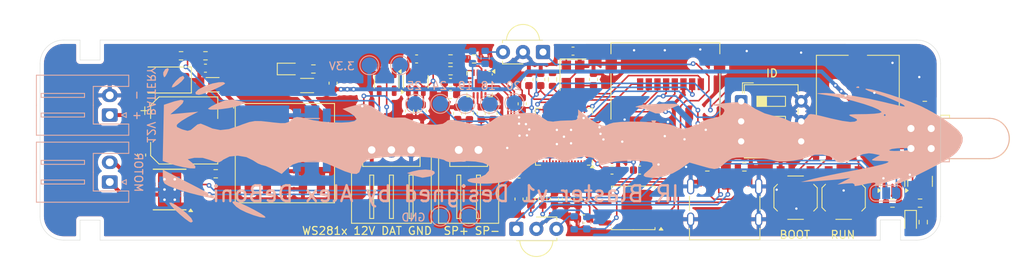
<source format=kicad_pcb>
(kicad_pcb (version 20241229) (generator "pcbnew") (generator_version "9.0")
  (layers (0 "F.Cu" signal) (2 "B.Cu" signal) (13 "F.Paste" user) (15 "B.Paste" user) (5 "F.SilkS" user "F.Silkscreen") (7 "B.SilkS" user "B.Silkscreen") (1 "F.Mask" user) (3 "B.Mask" user) (25 "Edge.Cuts" user))
  (net 0 "")
  (net 1 "+3V3")
  (net 2 "GND")
  (net 3 "+12V")
  (net 4 "+1V1")
  (net 5 "Net-(U3-XIN)")
  (net 6 "Net-(C27-Pad1)")
  (net 7 "Net-(D5-A)")
  (net 8 "Net-(D5-K)")
  (net 9 "Net-(D2-A)")
  (net 10 "Net-(U1-Sense)")
  (net 11 "Net-(FB2-Pad2)")
  (net 13 "Net-(J5-VBUS-PadA4)")
  (net 15 "D-")
  (net 16 "Net-(J5-CC2)")
  (net 17 "D+")
  (net 18 "Net-(J5-CC1)")
  (net 19 "IR_OUT")
  (net 20 "Net-(U3-USB_DP)")
  (net 21 "Net-(U3-USB_DM)")
  (net 22 "Net-(U3-XOUT)")
  (net 23 "/RUN")
  (net 24 "Net-(R22-Pad2)")
  (net 25 "/QSPI_SS")
  (net 26 "/~{USB_BOOT}")
  (net 32 "Net-(J3-Pin_1)")
  (net 33 "Net-(J3-Pin_2)")
  (net 34 "Net-(U6-CP)")
  (net 35 "Net-(U6-CN)")
  (net 36 "Net-(JP1-C)")
  (net 37 "+5V")
  (net 38 "Net-(D3-A)")
  (net 39 "LED_OUT")
  (net 40 "Net-(D4-A)")
  (net 41 "BATTERY_VOLTAGE")
  (net 42 "Net-(U5-OUTP)")
  (net 43 "Net-(U5-OUTN)")
  (net 44 "Net-(U8-Vs)")
  (net 45 "SD_CMD")
  (net 46 "Net-(U9-Vs)")
  (net 48 "/QSPI_SD1")
  (net 49 "GPIO18")
  (net 50 "GPIO25")
  (net 52 "/QSPI_SD2")
  (net 53 "SD_CLK")
  (net 54 "GPIO20")
  (net 55 "SD_DAT2")
  (net 56 "SD_DAT3")
  (net 57 "/QSPI_SD3")
  (net 58 "SD_DAT0")
  (net 59 "/QSPI_SCLK")
  (net 60 "IR_IN")
  (net 61 "/QSPI_SD0")
  (net 62 "GPIO23")
  (net 63 "SD_DAT1")
  (net 64 "Net-(J4-Pin_2)")
  (net 65 "Net-(J4-Pin_1)")
  (net 66 "Net-(J6-Pin_2)")
  (net 67 "Net-(U2-ILIM)")
  (net 68 "Net-(U5-~{SD_MODE})")
  (net 69 "Net-(U5-GAIN_SLOT)")
  (net 70 "Net-(U3-GPIO1)")
  (net 71 "Net-(U3-GPIO0)")
  (net 72 "Net-(U3-GPIO2)")
  (net 73 "MOTOR_IN1")
  (net 74 "MOTOR_IN2")
  (net 75 "AUDIO_BCLK")
  (net 76 "AUDIO_LRCLK")
  (net 77 "AUDIO_DIN")
  (net 78 "NEOPIXEL_OUT")
  (net 84 "GPIO21")
  (net 85 "GPIO19")
  (net 86 "GPIO22")
  (net 87 "GPIO24")
  (net 88 "IR_IN1")
  (net 89 "IR_IN2")
  (net 90 "Net-(D6-K)")
  (net 91 "Net-(D6-A)")
  (net 92 "Net-(U3-GPIO17)")
  (footprint "Capacitor_SMD:C_0603_1608Metric" (layer "F.Cu") (at 137.75 65.01 90)
    (property "Reference" "C23" (hide yes))
    (property "Value" "27p")
  )
  (footprint "Resistor_SMD:R_0603_1608Metric" (layer "F.Cu") (at 102.2 63.6758 180)
    (property "Reference" "R10" (hide yes))
    (property "Value" "4.7k")
  )
  (footprint "Capacitor_SMD:C_0603_1608Metric" (layer "F.Cu") (at 125 69.3 90)
    (property "Reference" "C18" (hide yes))
    (property "Value" "220p")
  )
  (footprint "Capacitor_SMD:C_0603_1608Metric" (layer "F.Cu") (at 128.3 75.5 180)
    (property "Reference" "C8" (hide yes))
    (property "Value" "100n")
  )
  (footprint "LED_SMD:LED_0603_1608Metric" (layer "F.Cu") (at 178 83.1125 -90)
    (property "Reference" "D2" (hide yes))
    (property "Value" "LED")
  )
  (footprint "Capacitor_SMD:C_0603_1608Metric" (layer "F.Cu") (at 131.05 65.01 90)
    (property "Reference" "C7" (hide yes))
    (property "Value" "100n")
  )
  (footprint "Inductor_SMD:L_0603_1608Metric" (layer "F.Cu") (at 122 69.3 -90)
    (property "Reference" "FB3" (hide yes))
    (property "Value" "FerriteBead")
  )
  (footprint "LED_THT:LED_D5.0mm_Horizontal_O1.27mm_Z3.0mm_IRBlack" (layer "F.Cu") (at 180.615 73.775 90)
    (property "Reference" "D5" (hide yes))
    (property "Value" "LED")
  )
  (footprint "Capacitor_SMD:C_0603_1608Metric" (layer "F.Cu") (at 140.1 76.51)
    (property "Reference" "C12" (hide yes))
    (property "Value" "100n")
  )
  (footprint "Resistor_SMD:R_0603_1608Metric" (layer "F.Cu") (at 85.4 62)
    (property "Reference" "R13" (hide yes))
    (property "Value" "4.7k")
  )
  (footprint "Resistor_SMD:R_0603_1608Metric" (layer "F.Cu") (at 129.8 80.185 90)
    (property "Reference" "R6" (hide yes))
    (property "Value" "27")
  )
  (footprint "Capacitor_SMD:C_0603_1608Metric" (layer "F.Cu") (at 114.4 69 -90)
    (property "Reference" "C52" (hide yes))
    (property "Value" "10u")
  )
  (footprint "Converter_DCDC:Converter_DCDC_RECOM_RPMx.x-x.0" (layer "F.Cu") (at 98.58 74.3558)
    (property "Reference" "U1" (hide yes))
    (property "Value" "RPM3.3-6.0")
  )
  (footprint "Inductor_SMD:L_1206_3216Metric" (layer "F.Cu") (at 89.4 65.6758)
    (property "Reference" "FB2" (hide yes))
    (property "Value" "BLM31SN500SN1L")
  )
  (footprint "Capacitor_SMD:C_0603_1608Metric" (layer "F.Cu") (at 128.3 77 180)
    (property "Reference" "C11" (hide yes))
    (property "Value" "1u")
  )
  (footprint "Capacitor_SMD:C_0603_1608Metric" (layer "F.Cu") (at 129.55 65.01 90)
    (property "Reference" "C5" (hide yes))
    (property "Value" "100n")
  )
  (footprint "Package_TO_SOT_SMD:SOT-23" (layer "F.Cu") (at 179.2 77.9375 90)
    (property "Reference" "Q1" (hide yes))
    (property "Value" "AO3400A")
  )
  (footprint "Resistor_SMD:R_0603_1608Metric" (layer "F.Cu") (at 88.5 62)
    (property "Reference" "R14" (hide yes))
    (property "Value" "1000")
  )
  (footprint "OptoDevice:Vishay_MINICAST-3Pin" (layer "F.Cu") (at 127.96 83.975)
    (property "Reference" "U8" (hide yes))
    (property "Value" "TSOP58038")
  )
  (footprint "Capacitor_SMD:C_0603_1608Metric" (layer "F.Cu") (at 119.6 66.9)
    (property "Reference" "C19" (hide yes))
    (property "Value" "10u")
  )
  (footprint "Capacitor_SMD:C_0603_1608Metric" (layer "F.Cu") (at 128.3 80.185 -90)
    (property "Reference" "C10" (hide yes))
    (property "Value" "1u")
  )
  (footprint "Resistor_SMD:R_0603_1608Metric" (layer "F.Cu") (at 166.825 74.81)
    (property "Reference" "R23" (hide yes))
    (property "Value" "1k")
  )
  (footprint "Capacitor_SMD:C_0603_1608Metric" (layer "F.Cu") (at 104.7 65.4758 -90)
    (property "Reference" "C1" (hide yes))
    (property "Value" "22u")
  )
  (footprint "Resistor_SMD:R_0603_1608Metric" (layer "F.Cu") (at 169.9 74.81)
    (property "Reference" "R22" (hide yes))
    (property "Value" "1k")
  )
  (footprint "Package_TO_SOT_SMD:SOT-23" (layer "F.Cu") (at 175.7 77.9375 90)
    (property "Reference" "Q2" (hide yes))
    (property "Value" "AO3400A")
  )
  (footprint "Capacitor_SMD:CP_Elec_8x6.5" (layer "F.Cu") (at 85.8 71.4758)
    (property "Reference" "C2" (hide yes))
    (property "Value" "22u 63V")
  )
  (footprint "Package_DFN_QFN:TQFN-16-1EP_3x3mm_P0.5mm_EP1.23x1.23mm" (layer "F.Cu") (at 123.29 65.59 -90)
    (property "Reference" "U5" (hide yes))
    (property "Value" "MAX98357A")
  )
  (footprint "Capacitor_SMD:C_0603_1608Metric" (layer "F.Cu") (at 115.3 62.4 180)
    (property "Reference" "C40" (hide yes))
    (property "Value" "1u")
  )
  (footprint "Capacitor_SMD:C_0603_1608Metric" (layer "F.Cu") (at 80.4 74.6008 90)
    (property "Reference" "C15" (hide yes))
    (property "Value" "100n")
  )
  (footprint "Resistor_SMD:R_0603_1608Metric" (layer "F.Cu") (at 179.8 68.3)
    (property "Reference" "R1" (hide yes))
    (property "Value" "3.3R")
  )
  (footprint "Resistor_SMD:R_0603_1608Metric" (layer "F.Cu") (at 152.2 76.11)
    (property "Reference" "R5" (hide yes))
    (property "Value" "5.1k")
  )
  (footprint "Capacitor_SMD:C_0603_1608Metric" (layer "F.Cu") (at 88.5 63.5758 180)
    (property "Reference" "C3" (hide yes))
    (property "Value" "10u")
  )
  (footprint "OptoDevice:Vishay_MINICAST-3Pin" (layer "F.Cu") (at 131.34 61.525 180)
    (property "Reference" "U9" (hide yes))
    (property "Value" "TSOP58038")
  )
  (footprint "Capacitor_SMD:CP_Elec_10x7.7" (layer "F.Cu") (at 171.3 67.2 90)
    (property "Reference" "C16" (hide yes))
    (property "Value" "470u 6.3V")
  )
  (footprint "Capacitor_SMD:C_0603_1608Metric" (layer "F.Cu") (at 135.8 80.185 -90)
    (property "Reference" "C4" (hide yes))
    (property "Value" "100n")
  )
  (footprint "Resistor_SMD:R_0603_1608Metric" (layer "F.Cu") (at 156.9 76.11 180)
    (property "Reference" "R7" (hide yes))
    (property "Value" "5.1k")
  )
  (footprint "Resistor_SMD:R_0603_1608Metric" (layer "F.Cu") (at 119.6 63.9)
    (property "Reference" "R9" (hide yes))
    (property "Value" "1M")
  )
  (footprint "Capacitor_SMD:C_0603_1608Metric" (layer "F.Cu") (at 120.5 69.3 90)
    (property "Reference" "C17" (hide yes))
    (property "Value" "220p")
  )
  (footprint "Inductor_SMD:L_1206_3216Metric" (layer "F.Cu") (at 101.4 65.7758)
    (property "Reference" "FB1" (hide yes))
    (property "Value" "BLM31SN500SN1L")
  )
  (footprint "Connector_JST:JST_XH_S3B-XH-A_1x03_P2.50mm_Horizontal" (layer "F.Cu") (at 109.6 73.95)
    (property "Reference" "J6" (hide yes))
    (property "Value" "Conn_01x03")
  )
  (footprint "Package_SO:SOIC-8_5.3x5.3mm_P1.27mm" (layer "F.Cu") (at 142.8 81.31 180)
    (property "Reference" "U4" (hide yes))
    (property "Value" "W25Q128JVS")
  )
  (footprint "Capacitor_SMD:C_0603_1608Metric" (layer "F.Cu") (at 119.6 65.4)
    (property "Reference" "C20" (hide yes))
    (property "Value" "100n")
  )
  (footprint "Package_TO_SOT_SMD:SOT-23-5" (layer "F.Cu") (at 111.5 65.3 -90)
    (property "Reference" "U7" (hide yes))
    (property "Value" "74LVC1G34")
  )
  (footprint "Capacitor_SMD:C_0603_1608Metric" (layer "F.Cu") (at 135.15 61.41)
    (property "Reference" "C27" (hide yes))
    (property "Value" "27p")
  )
  (footprint "Capacitor_SMD:C_0603_1608Metric" (layer "F.Cu") (at 116 69 -90)
    (property "Reference" "C41" (hide yes))
    (property "Value" "10u")
  )
  (footprint "Resistor_SMD:R_0603_1608Metric" (layer "F.Cu") (at 179.2 80.7)
    (property "Reference" "R2" (hide yes))
    (property "Value" "10k")
  )
  (footprint "Button_Switch_THT:SW_DIP_SPSTx03_Slide_6.7x9.18mm_W7.62mm_P2.54mm_LowProfile" (layer "F.Cu") (at 156.495 67.7825)
    (property "Reference" "SW4" (hide yes))
    (property "Value" "SW_DIP_x03")
  )
  (footprint "Capacitor_SMD:C_0603_1608Metric" (layer "F.Cu") (at 128.7 68.1 90)
    (property "Reference" "C6" (hide yes))
    (property "Value" "100n")
  )
  (footprint "Capacitor_SMD:C_0603_1608Metric" (layer "F.Cu") (at 134.3 80.185 -90)
    (property "Reference" "C14" (hide yes))
    (property "Value" "100n")
  )
  (footprint "Connector_USB:USB_C_Receptacle_Palconn_UTC16-G" (layer "F.Cu") (at 154.4 80.51)
    (property "Reference" "J5" (hide yes))
    (property "Value" "USB_C_Receptacle_USB2.0")
  )
  (footprint "Connector_JST:JST_XH_S2B-XH-A_1x02_P2.50mm_Horizontal" (layer "F.Cu") (at 120.65 73.95)
    (property "Reference" "J3" (hide yes))
    (property "Value" "S2B-XH-A(LF)(SN)")
  )
  (footprint "Resistor_SMD:R_0603_1608Metric" (layer "F.Cu") (at 119.6 62.4)
    (property "Reference" "R11" (hide yes))
    (property "Value" "DNP")
  )
  (footprint "Resistor_SMD:R_0603_1608Metric" (layer "F.Cu") (at 179.6 83.1125 -90)
    (property "Reference" "R3" (hide yes))
    (property "Value" "4.7k")
  )
  (footprint "Resistor_SMD:R_0603_1608Metric" (layer "F.Cu") (at 174.9 73.8)
    (property "Reference" "R18" (hide yes))
    (property "Value" "TBD")
  )
  (footprint "Resistor_SMD:R_0603_1608Metric" (layer "F.Cu") (at 89.8 76.9758)
    (property "Reference" "R8" (hide yes))
    (property "Value" "30k")
  )
  (footprint "Package_DFN_QFN:QFN-56-1EP_7x7mm_P0.4mm_EP3.2x3.2mm" (layer "F.Cu") (at 134 72.2725 180)
    (property "Reference" "U3" (hide yes))
    (property "Value" "RP2040")
  )
  (footprint "LED_SMD:LED_0603_1608Metric" (layer "F.Cu") (at 99.1 63.6758)
    (property "Reference" "D4" (hide yes))
    (property "Value" "LED")
  )
  (footprint "Package_TO_SOT_SMD:SOT-23-6" (layer "F.Cu") (at 115.2 65.3 90)
    (property "Reference" "U6" (hide yes))
    (property "Value" "AP3602")
  )
  (footprint "Package_SO:Texas_HTSOP-8-1EP_3.9x4.9mm_P1.27mm_EP2.95x4.9mm_Mask2.4x3.1mm_ThermalVias" (layer "F.Cu") (at 83.95 78.9758 180)
    (property "Reference" "U2" (hide yes))
    (property "Value" "DRV8871DDA")
  )
  (footprint "Capacitor_SMD:C_0603_1608Metric" (layer "F.Cu") (at 136.5 82.71 180)
    (property "Reference" "C42" (hide yes))
    (property "Value" "100n")
  )
  (footprint "Resistor_SMD:R_0603_1608Metric" (layer "F.Cu") (at 132.55 65.01 90)
    (property "Reference" "R17" (hide yes))
    (property "Value" "1k")
  )
  (footprint "Resistor_SMD:R_0603_1608Metric" (layer "F.Cu") (at 131.3 80.185 90)
    (property "Reference" "R4" (hide yes))
    (property "Value" "27")
  )
  (footprint "Connector_Card:microSD_HC_Molex_47219-2001" (layer "F.Cu") (at 146.875 67.71)
    (property "Reference" "J1" (hide yes))
    (property "Value" "0472192001")
  )
  (footprint "Capacitor_SMD:C_0603_1608Metric" (layer "F.Cu") (at 132.8 80.185 -90)
    (property "Reference" "C13" (hide yes))
    (property "Value" "100n")
  )
  (footprint "Button_Switch_SMD:SW_SPST_TL3342" (layer "F.Cu") (at 169.5 80.01 90)
    (property "Reference" "SW1" (hide yes))
    (property "Value" "SW_Push")
  )
  (footprint "Capacitor_SMD:C_0603_1608Metric" (layer "F.Cu") (at 143.6 76.51)
    (property "Reference" "C37" (hide yes))
    (property "Value" "10u")
  )
  (footprint "Diode_SMD:D_SMA" (layer "F.Cu") (at 83.2 65.0758 180)
    (property "Reference" "D3" (hide yes))
    (property "Value" "SS34")
  )
  (footprint "Button_Switch_SMD:SW_SPST_TL3342" (layer "F.Cu") (at 163.4 80.01 90)
    (property "Reference" "SW2" (hide yes))
    (property "Value" "SW_Push")
  )
  (footprint "Resistor_SMD:R_0603_1608Metric" (layer "F.Cu") (at 122.6 62.4)
    (property "Reference" "R12" (hide yes))
    (property "Value" "DNP")
  )
  (footprint "Crystal:Crystal_SMD_3225-4Pin_3.2x2.5mm" (layer "F.Cu") (at 135.15 64.41 -90)
    (property "Reference" "Y1" (hide yes))
    (property "Value" "12MHz")
  )
  (footprint "Inductor_SMD:L_0603_1608Metric" (layer "F.Cu") (at 123.5 69.3 -90)
    (property "Reference" "FB4" (hide yes))
    (property "Value" "FerriteBead")
  )
  (footprint "Resistor_SMD:R_0603_1608Metric" (layer "F.Cu") (at 175.7 80.7)
    (property "Reference" "R16" (hide yes))
    (property "Value" "10k")
  )
  (footprint "LED_THT:LED_D5.0mm_Horizontal_O3.81mm_Z3.0mm" (layer "B.Cu") (at 178.045 71.225 -90)
    (property "Reference" "D6" (hide yes))
    (property "Value" "LED")
  )
  (footprint "Connector_JST:JST_XH_S2B-XH-A_1x02_P2.50mm_Horizontal" (layer "B.Cu") (at 76.35 69.5258 90)
    (property "Reference" "J2" (hide yes))
    (property "Value" "S2B-XH-A(LF)(SN)")
  )
  (footprint "Jumper:SolderJumper-3_P1.3mm_Open_RoundedPad1.0x1.5mm" (layer "B.Cu") (at 174.9 79.4425)
    (property "Reference" "JP1" (hide yes))
    (property "Value" "SolderJumper_3_Open")
  )
  (footprint "footprints:beam1" (layer "B.Cu") (at 137.3 72.5)
    (property "Reference" "G***" (hide yes))
    (property "Value" "LOGO" (hide yes))
  )
  (footprint "TestPoint:TestPoint_Pad_D2.0mm" (layer "B.Cu") (at 113.2 63.2)
    (property "Reference" "TP10" (hide yes))
    (property "Value" "TestPoint")
  )
  (footprint "TestPoint:TestPoint_Pad_D2.0mm" (layer "B.Cu") (at 109.3 63.2)
    (property "Reference" "TP9" (hide yes))
    (property "Value" "TestPoint")
  )
  (footprint "Button_Switch_SMD:SW_SPST_TL3342" (layer "B.Cu") (at 102 72.7 90)
    (property "Reference" "SW3" (hide yes))
    (property "Value" "SW_Push")
  )
  (footprint "TestPoint:TestPoint_Pad_D2.0mm" (layer "B.Cu") (at 121.5 68.1)
    (property "Reference" "TP3" (hide yes))
    (property "Value" "TestPoint")
  )
  (footprint "Capacitor_SMD:C_0603_1608Metric" (layer "B.Cu") (at 136.9 83.2 90)
    (property "Reference" "C9" (hide yes))
    (property "Value" "10u")
  )
  (footprint "Resistor_SMD:R_0603_1608Metric" (layer "B.Cu") (at 135.3 83.2 90)
    (property "Reference" "R15" (hide yes))
    (property "Value" "100")
  )
  (footprint "TestPoint:TestPoint_Pad_D2.0mm" (layer "B.Cu") (at 121.95 82.4 90)
    (property "Reference" "TP7" (hide yes))
    (property "Value" "TestPoint")
  )
  (footprint "TestPoint:TestPoint_Pad_D2.0mm" (layer "B.Cu") (at 124.6 68.1)
    (property "Reference" "TP2" (hide yes))
    (property "Value" "TestPoint")
  )
  (footprint "Capacitor_SMD:C_0603_1608Metric" (layer "B.Cu") (at 122.4 62.2 90)
    (property "Reference" "C21" (hide yes))
    (property "Value" "10u")
  )
  (footprint "TestPoint:TestPoint_Pad_D2.0mm" (layer "B.Cu") (at 127.7 68)
    (property "Reference" "TP4" (hide yes))
    (property "Value" "TestPoint")
  )
  (footprint "Resistor_SMD:R_0603_1608Metric" (layer "B.Cu") (at 124 62.2 90)
    (property "Reference" "R20" (hide yes))
    (property "Value" "100")
  )
  (footprint "TestPoint:TestPoint_Pad_D2.0mm" (layer "B.Cu") (at 115.1 68.1)
    (property "Reference" "TP6" (hide yes))
    (property "Value" "TestPoint")
  )
  (footprint "Package_TO_SOT_SMD:SOT-23-5" (layer "B.Cu") (at 144.1 72.1 180)
    (property "Reference" "U10" (hide yes))
    (property "Value" "74LVC1G32")
  )
  (footprint "Connector_JST:JST_XH_S2B-XH-A_1x02_P2.50mm_Horizontal" (layer "B.Cu") (at 76.35 78.0258 90)
    (property "Reference" "J4" (hide yes))
    (property "Value" "S2B-XH-A(LF)(SN)")
  )
  (footprint "TestPoint:TestPoint_Pad_D2.0mm" (layer "B.Cu") (at 118.3 68.1)
    (property "Reference" "TP5" (hide yes))
    (property "Value" "TestPoint")
  )
  (footprint "TestPoint:TestPoint_Pad_D2.0mm" (layer "B.Cu") (at 118.3 82.4 90)
    (property "Reference" "TP8" (hide yes))
    (property "Value" "TestPoint")
  )
  (gr_line (start 67.5 82.4) (end 67.5 63) (stroke (width 0.05)) (layer "Edge.Cuts"))
  (gr_line (start 72.58 82.86) (end 75.12 82.86) (stroke (width 0.05)) (layer "Edge.Cuts"))
  (gr_line (start 181.8 63) (end 181.8 82.4) (stroke (width 0.05)) (layer "Edge.Cuts"))
  (gr_arc (start 67.5 63) (mid 68.37868 60.87868) (end 70.5 60) (stroke (width 0.05)) (layer "Edge.Cuts"))
  (gr_line (start 176.72 85.4) (end 176.72 82.84) (stroke (width 0.05)) (layer "Edge.Cuts"))
  (gr_arc (start 178.8 60) (mid 180.92132 60.87868) (end 181.8 63) (stroke (width 0.05)) (layer "Edge.Cuts"))
  (gr_line (start 75.12 60) (end 178.8 60) (stroke (width 0.05)) (layer "Edge.Cuts"))
  (gr_line (start 75.12 62.54) (end 75.12 60) (stroke (width 0.05)) (layer "Edge.Cuts"))
  (gr_line (start 70.5 60) (end 72.58 60) (stroke (width 0.05)) (layer "Edge.Cuts"))
  (gr_line (start 174.16 82.84) (end 176.72 82.84) (stroke (width 0.05)) (layer "Edge.Cuts"))
  (gr_line (start 174.16 85.4) (end 75.12 85.4) (stroke (width 0.05)) (layer "Edge.Cuts"))
  (gr_line (start 75.12 85.4) (end 75.12 82.86) (stroke (width 0.05)) (layer "Edge.Cuts"))
  (gr_line (start 178.8 85.4) (end 176.72 85.4) (stroke (width 0.05)) (layer "Edge.Cuts"))
  (gr_arc (start 70.5 85.4) (mid 68.37868 84.52132) (end 67.5 82.4) (stroke (width 0.05)) (layer "Edge.Cuts"))
  (gr_line (start 75.12 62.54) (end 72.58 62.54) (stroke (width 0.05)) (layer "Edge.Cuts"))
  (gr_line (start 72.58 82.86) (end 72.58 85.4) (stroke (width 0.05)) (layer "Edge.Cuts"))
  (gr_line (start 72.58 85.4) (end 70.5 85.4) (stroke (width 0.05)) (layer "Edge.Cuts"))
  (gr_arc (start 181.8 82.4) (mid 180.92132 84.52132) (end 178.8 85.4) (stroke (width 0.05)) (layer "Edge.Cuts"))
  (gr_line (start 174.16 82.84) (end 174.16 85.4) (stroke (width 0.05)) (layer "Edge.Cuts"))
  (gr_line (start 72.58 60) (end 72.58 62.54) (stroke (width 0.05)) (layer "Edge.Cuts"))
  (gr_text "RUN" (at 169.4 85.3 0) (layer "F.SilkS") (effects (font (size 1 1)) (justify bottom)))
  (gr_text "BOOT" (at 163.3 85.3 0) (layer "F.SilkS") (effects (font (size 1 1)) (justify bottom)))
  (gr_text "ID" (at 160.4 64.8 0) (layer "F.SilkS") (effects (font (size 1 1)) (justify bottom)))
  (gr_text "WS281x 12V DAT GND" (at 109 84.8 0) (layer "F.SilkS") (effects (font (size 1 1)) (justify bottom)))
  (gr_text "SP+ SP-" (at 122.3 84.8 0) (layer "F.SilkS") (effects (font (size 1 1)) (justify bottom)))
  (gr_text "3.3V" (at 105.8 63.9 0) (layer "B.SilkS") (effects (font (size 1 1)) (justify bottom mirror)))
  (gr_text "20" (at 127.6 66.4 0) (layer "B.SilkS") (effects (font (size 1 1)) (justify bottom mirror)))
  (gr_text "19" (at 121.5 66.4 0) (layer "B.SilkS") (effects (font (size 1 1)) (justify bottom mirror)))
  (gr_text "12V BATTERY" (at 81 68.3 270) (layer "B.SilkS") (effects (font (size 1 1)) (justify bottom mirror)))
  (gr_text "+" (at 79.8 70.1 0) (layer "B.SilkS") (effects (font (size 1 1)) (justify bottom mirror)))
  (gr_text "25" (at 115 66.4 0) (layer "B.SilkS") (effects (font (size 1 1)) (justify bottom mirror)))
  (gr_text "MOTOR" (at 79.4 76.8 270) (layer "B.SilkS") (effects (font (size 1 1)) (justify bottom mirror)))
  (gr_text "24" (at 118.2 66.4 0) (layer "B.SilkS") (effects (font (size 1 1)) (justify bottom mirror)))
  (gr_text "18" (at 124.4 66.4 0) (layer "B.SilkS") (effects (font (size 1 1)) (justify bottom mirror)))
  (gr_text "-" (at 80.3 67 90) (layer "B.SilkS") (effects (font (size 1 1)) (justify bottom mirror)))
  (gr_text "GND" (at 114.9 83.1 0) (layer "B.SilkS") (effects (font (size 1 1)) (justify bottom mirror)))
  (gr_text "IR Blaster v1 Designed by Alex DeBoni" (at 148.8 80.7 0) (layer "B.SilkS") (effects (font (size 2 2) (thickness 0.3)) (justify left bottom mirror)))
  (segment (start 142.825 75.5) (end 142.825 76.51) (width 0.2) (layer "F.Cu") (net 1))
  (segment (start 104.7 66.2508) (end 103.45 66.2508) (width 0.5) (layer "F.Cu") (net 1))
  (segment (start 117.4 65.1875) (end 117.4 64.2) (width 0.2) (layer "F.Cu") (net 1))
  (segment (start 133.4 78.11) (end 132.8 78.71) (width 0.2) (layer "F.Cu") (net 1))
  (segment (start 171.3 68.6) (end 169.75 67.05) (width 0.5) (layer "F.Cu") (net 1))
  (segment (start 116.15 66.4375) (end 117.39375 65.19375) (width 0.2) (layer "F.Cu") (net 1))
  (segment (start 129.645683 71.354317) (end 129.7275 71.2725) (width 0.2) (layer "F.Cu") (net 1))
  (segment (start 139.2125 83.215) (end 139.985 83.215) (width 0.2) (layer "F.Cu") (net 1))
  (segment (start 132.01 80.2) (end 127.6 80.2) (width 0.2) (layer "F.Cu") (net 1))
  (segment (start 117.7 63.9) (end 118.775 63.9) (width 0.2) (layer "F.Cu") (net 1))
  (segment (start 131.05 66.46) (end 130.94 66.46) (width 0.2) (layer "F.Cu") (net 1))
  (segment (start 127.4 80) (end 127.4 79) (width 0.2) (layer "F.Cu") (net 1))
  (segment (start 171.3 71.55) (end 171.3 68.6) (width 0.5) (layer "F.Cu") (net 1))
  (segment (start 129.075 77.825) (end 129.075 77) (width 0.2) (layer "F.Cu") (net 1))
  (segment (start 137.275 82.71) (end 137.275 81.1521) (width 0.2) (layer "F.Cu") (net 1))
  (segment (start 105.7 66.2508) (end 106.5 66.2508) (width 0.5) (layer "F.Cu") (net 1))
  (segment (start 129.7275 71.2725) (end 130.5625 71.2725) (width 0.2) (layer "F.Cu") (net 1))
  (segment (start 132.9 67.01) (end 131.6 67.01) (width 0.2) (layer "F.Cu") (net 1))
  (segment (start 139.985 83.215) (end 140.65 82.55) (width 0.2) (layer "F.Cu") (net 1))
  (segment (start 132.8 79.41) (end 132.01 80.2) (width 0.2) (layer "F.Cu") (net 1))
  (segment (start 140.65 82.55) (end 140.7 82.5) (width 0.2) (layer "F.Cu") (net 1))
  (segment (start 174.55 68.3) (end 171.3 71.55) (width 0.2) (layer "F.Cu") (net 1))
  (segment (start 118.775 63.9) (end 118.775 62.4) (width 0.2) (layer "F.Cu") (net 1))
  (segment (start 120.935 66.34) (end 120.375 66.9) (width 0.2) (layer "F.Cu") (net 1))
  (segment (start 116.15 66.4375) (end 116.15 68.075) (width 0.2) (layer "F.Cu") (net 1))
  (segment (start 120.275 65.4) (end 118.775 63.9) (width 0.2) (layer "F.Cu") (net 1))
  (segment (start 120.375 65.4) (end 120.275 65.4) (width 0.2) (layer "F.Cu") (net 1))
  (segment (start 128 78.4) (end 128.5 78.4) (width 0.2) (layer "F.Cu") (net 1))
  (segment (start 134.3 78.51) (end 134.3 79.41) (width 0.2) (layer "F.Cu") (net 1))
  (segment (start 103.025 65.7258) (end 102.975 65.7758) (width 0.5) (layer "F.Cu") (net 1))
  (segment (start 133.8 68.835) (end 133.8 67.91) (width 0.2) (layer "F.Cu") (net 1))
  (segment (start 168.45 65.75) (end 169.2 66.5) (width 0.5) (layer "F.Cu") (net 1))
  (segment (start 127.4 79) (end 128 78.4) (width 0.2) (layer "F.Cu") (net 1))
  (segment (start 132.8 78.71) (end 132.8 79.41) (width 0.2) (layer "F.Cu") (net 1))
  (segment (start 117.39375 65.19375) (end 117.4 65.1875) (width 0.2) (layer "F.Cu") (net 1))
  (segment (start 133.4 75.71) (end 133.4 78.11) (width 0.2) (layer "F.Cu") (net 1))
  (segment (start 169.75 67.05) (end 169.2 66.5) (width 0.5) (layer "F.Cu") (net 1))
  (segment (start 136.6 71.51) (end 136.6 74.570274) (width 0.2) (layer "F.Cu") (net 1))
  (segment (start 136.8375 71.2725) (end 136.6 71.51) (width 0.2) (layer "F.Cu") (net 1))
  (segment (start 131.6 67.01) (end 131.05 66.46) (width 0.2) (layer "F.Cu") (net 1))
  (segment (start 178.975 68.3) (end 174.55 68.3) (width 0.2) (layer "F.Cu") (net 1))
  (segment (start 129.9 68.6) (end 128.975 68.6) (width 0.2) (layer "F.Cu") (net 1))
  (segment (start 130.5625 75.6725) (end 130.39 75.5) (width 0.2) (layer "F.Cu") (net 1))
  (segment (start 139.075 76.51) (end 139.325 76.51) (width 0.2) (layer "F.Cu") (net 1))
  (segment (start 116.15 68.075) (end 116 68.225) (width 0.2) (layer "F.Cu") (net 1))
  (segment (start 131.05 66.46) (end 131.05 65.785) (width 0.2) (layer "F.Cu") (net 1))
  (segment (start 129.595612 71.354317) (end 129.645683 71.354317) (width 0.2) (layer "F.Cu") (net 1))
  (segment (start 130.5625 74.8725) (end 130.5625 75.6725) (width 0.2) (layer "F.Cu") (net 1))
  (segment (start 127.6 80.2) (end 127.4 80) (width 0.2) (layer "F.Cu") (net 1))
  (segment (start 129.075 77) (end 131.3429 77) (width 0.2) (layer "F.Cu") (net 1))
  (segment (start 131.8 75.71) (end 131.8 76.5429) (width 0.2) (layer "F.Cu") (net 1))
  (segment (start 116.15 65.95) (end 116.15 66.4375) (width 0.2) (layer "F.Cu") (net 1))
  (segment (start 133.8 75.71) (end 133.8 78.01) (width 0.2) (layer "F.Cu") (net 1))
  (segment (start 120.815 65.84) (end 120.375 65.4) (width 0.2) (layer "F.Cu") (net 1))
  (segment (start 137.4375 71.2725) (end 136.8375 71.2725) (width 0.2) (layer "F.Cu") (net 1))
  (segment (start 173.55 73.8) (end 171.3 71.55) (width 0.2) (layer "F.Cu") (net 1))
  (segment (start 103.025 63.6758) (end 103.025 65.7258) (width 0.5) (layer "F.Cu") (net 1))
  (segment (start 135.099 80.209) (end 134.3 79.41) (width 0.2) (layer "F.Cu") (net 1))
  (segment (start 136.903226 74.8735) (end 136.904226 74.8725) (width 0.2) (layer "F.Cu") (net 1))
  (segment (start 174.075 73.8) (end 173.55 73.8) (width 0.2) (layer "F.Cu") (net 1))
  (segment (start 130.5625 75.6725) (end 130.6 75.71) (width 0.2) (layer "F.Cu") (net 1))
  (segment (start 103.45 66.2508) (end 102.975 65.7758) (width 0.5) (layer "F.Cu") (net 1))
  (segment (start 130.39 75.5) (end 129.075 75.5) (width 0.2) (layer "F.Cu") (net 1))
  (segment (start 136.3319 80.209) (end 135.099 80.209) (width 0.2) (layer "F.Cu") (net 1))
  (segment (start 117.4 64.2) (end 117.7 63.9) (width 0.2) (layer "F.Cu") (net 1))
  (segment (start 120.375 66.9) (end 120.375 65.4) (width 0.2) (layer "F.Cu") (net 1))
  (segment (start 133.8 67.91) (end 132.9 67.01) (width 0.2) (layer "F.Cu") (net 1))
  (segment (start 136.6 74.570274) (end 136.903226 74.8735) (width 0.2) (layer "F.Cu") (net 1))
  (segment (start 137.4375 74.8725) (end 138.2825 75.7175) (width 0.2) (layer "F.Cu") (net 1))
  (segment (start 146.97 65.61) (end 146.97 66.74) (width 0.2) (layer "F.Cu") (net 1))
  (segment (start 128.975 68.6) (end 128.7 68.875) (width 0.2) (layer "F.Cu") (net 1))
  (segment (start 121.8525 66.34) (end 120.935 66.34) (width 0.2) (layer "F.Cu") (net 1))
  (segment (start 128.5 78.4) (end 129.075 77.825) (width 0.2) (layer "F.Cu") (net 1))
  (segment (start 131.3429 77) (end 131.8 76.5429) (width 0.2) (layer "F.Cu") (net 1))
  (segment (start 121.8525 65.84) (end 120.815 65.84) (width 0.2) (layer "F.Cu") (net 1))
  (segment (start 146.97 66.74) (end 146.6 67.11) (width 0.2) (layer "F.Cu") (net 1))
  (segment (start 106.5 66.2508) (end 107.3 66.2508) (width 0.5) (layer "F.Cu") (net 1))
  (segment (start 138.2825 75.7175) (end 139.075 76.51) (width 0.2) (layer "F.Cu") (net 1))
  (segment (start 137.275 81.1521) (end 136.3319 80.209) (width 0.2) (layer "F.Cu") (net 1))
  (segment (start 115.2 65) (end 116.15 65.95) (width 0.2) (layer "F.Cu") (net 1))
  (segment (start 132.8 79.41) (end 134.3 79.41) (width 0.2) (layer "F.Cu") (net 1))
  (segment (start 104.7 66.2508) (end 105.7 66.2508) (width 0.5) (layer "F.Cu") (net 1))
  (segment (start 137.78 83.215) (end 137.275 82.71) (width 0.2) (layer "F.Cu") (net 1))
  (segment (start 133.4 75.71) (end 133.8 75.71) (width 0.2) (layer "F.Cu") (net 1))
  (segment (start 130.94 66.46) (end 130.5 66.9) (width 0.2) (layer "F.Cu") (net 1))
  (segment (start 130.6 75.71) (end 131.8 75.71) (width 0.2) (layer "F.Cu") (net 1))
  (segment (start 139.2125 83.215) (end 137.78 83.215) (width 0.2) (layer "F.Cu") (net 1))
  (segment (start 115.2 64.1625) (end 115.2 65) (width 0.2) (layer "F.Cu") (net 1))
  (segment (start 136.904226 74.8725) (end 137.4375 74.8725) (width 0.2) (layer "F.Cu") (net 1))
  (segment (start 140.7 82.5) (end 140.7 79.3) (width 0.2) (layer "F.Cu") (net 1))
  (segment (start 133.8 78.01) (end 134.3 78.51) (width 0.2) (layer "F.Cu") (net 1))
  (via (at 107.3 66.2508) (size 0.6) (drill 0.3) (layers "F.Cu" "B.Cu") (net 1))
  (via (at 130.5 66.9) (size 0.6) (drill 0.3) (layers "F.Cu" "B.Cu") (net 1))
  (via (at 168.45 65.75) (size 0.6) (drill 0.3) (layers "F.Cu" "B.Cu") (net 1))
  (via (at 138.2825 75.7175) (size 0.6) (drill 0.3) (layers "F.Cu" "B.Cu") (net 1))
  (via (at 129.595612 71.354317) (size 0.6) (drill 0.3) (layers "F.Cu" "B.Cu") (net 1))
  (via (at 142.825 75.5) (size 0.6) (drill 0.3) (layers "F.Cu" "B.Cu") (net 1))
  (via (at 129.9 68.6) (size 0.6) (drill 0.3) (layers "F.Cu" "B.Cu") (net 1))
  (via (at 169.75 67.05) (size 0.6) (drill 0.3) (layers "F.Cu" "B.Cu") (net 1))
  (via (at 117.39375 65.19375) (size 0.6) (drill 0.3) (layers "F.Cu" "B.Cu") (net 1))
  (via (at 140.7 79.3) (size 0.6) (drill 0.3) (layers "F.Cu" "B.Cu") (net 1))
  (via (at 146.6 67.11) (size 0.6) (drill 0.3) (layers "F.Cu" "B.Cu") (net 1))
  (via (at 106.5 66.2508) (size 0.6) (drill 0.3) (layers "F.Cu" "B.Cu") (net 1))
  (via (at 140.65 82.55) (size 0.6) (drill 0.3) (layers "F.Cu" "B.Cu") (net 1))
  (via (at 105.7 66.2508) (size 0.6) (drill 0.3) (layers "F.Cu" "B.Cu") (net 1))
  (via (at 169.2 66.5) (size 0.6) (drill 0.3) (layers "F.Cu" "B.Cu") (net 1))
  (segment (start 129.595612 71.354317) (end 129.9 71.049929) (width 0.2) (layer "B.Cu") (net 1))
  (segment (start 130.5 66.9) (end 130.5 64) (width 0.2) (layer "B.Cu") (net 1))
  (segment (start 153.8 64) (end 166.7 64) (width 0.5) (layer "B.Cu") (net 1))
  (segment (start 129.9 67.5) (end 130.5 66.9) (width 0.2) (layer "B.Cu") (net 1))
  (segment (start 148.21 67.11) (end 150.9 69.8) (width 0.2) (layer "B.Cu") (net 1))
  (segment (start 122.4 62.975) (end 122.4 66.1508) (width 0.2) (layer "B.Cu") (net 1))
  (segment (start 142.9625 71.15) (end 144.1 72.2875) (width 0.2) (layer "B.Cu") (net 1))
  (segment (start 144.1 72.2875) (end 144.1 74.225) (width 0.2) (layer "B.Cu") (net 1))
  (segment (start 140.65 82.55) (end 139.225 83.975) (width 0.2) (layer "B.Cu") (net 1))
  (segment (start 130.5 64) (end 153.8 64) (width 0.5) (layer "B.Cu") (net 1))
  (segment (start 166.7 64) (end 169.75 67.05) (width 0.5) (layer "B.Cu") (net 1))
  (segment (start 113.1 66.2508) (end 117.5 66.2508) (width 0.5) (layer "B.Cu") (net 1))
  (segment (start 135.35 83.975) (end 135.3 84.025) (width 0.2) (layer "B.Cu") (net 1))
  (segment (start 144.1 74.225) (end 142.825 75.5) (width 0.2) (layer "B.Cu") (net 1))
  (segment (start 117.5 66.2508) (end 122.3 66.2508) (width 0.5) (layer "B.Cu") (net 1))
  (segment (start 146.6 67.11) (end 145.89 67.11) (width 0.2) (layer "B.Cu") (net 1))
  (segment (start 109.2 66.2508) (end 113.1 66.2508) (width 0.5) (layer "B.Cu") (net 1))
  (segment (start 117.5 65.3) (end 117.5 66.2508) (width 0.2) (layer "B.Cu") (net 1))
  (segment (start 129.9 71.049929) (end 129.9 68.6) (width 0.2) (layer "B.Cu") (net 1))
  (segment (start 142.9625 70.0375) (end 142.9625 71.15) (width 0.2) (layer "B.Cu") (net 1))
  (segment (start 142.825 75.5) (end 138.5 75.5) (width 0.2) (layer "B.Cu") (net 1))
  (segment (start 113.2 66.1508) (end 113.2 63.3) (width 0.5) (layer "B.Cu") (net 1))
  (segment (start 153 69.8) (end 153.8 69) (width 0.2) (layer "B.Cu") (net 1))
  (segment (start 138.5 75.5) (end 138.2825 75.7175) (width 0.2) (layer "B.Cu") (net 1))
  (segment (start 153.8 69) (end 153.8 64) (width 0.2) (layer "B.Cu") (net 1))
  (segment (start 109.3 65.9) (end 109.3 63.2) (width 0.5) (layer "B.Cu") (net 1))
  (segment (start 150.9 69.8) (end 153 69.8) (width 0.2) (layer "B.Cu") (net 1))
  (segment (start 113.1 66.2508) (end 113.2 66.1508) (width 0.5) (layer "B.Cu") (net 1))
  (segment (start 145.89 67.11) (end 142.9625 70.0375) (width 0.2) (layer "B.Cu") (net 1))
  (segment (start 117.39375 65.19375) (end 117.5 65.3) (width 0.2) (layer "B.Cu") (net 1))
  (segment (start 146.6 67.11) (end 148.21 67.11) (width 0.2) (layer "B.Cu") (net 1))
  (segment (start 140.7 79) (end 142.825 76.875) (width 0.2) (layer "B.Cu") (net 1))
  (segment (start 129.9 68.6) (end 129.9 67.5) (width 0.2) (layer "B.Cu") (net 1))
  (segment (start 136.9 83.975) (end 135.35 83.975) (width 0.2) (layer "B.Cu") (net 1))
  (segment (start 124 63.025) (end 122.45 63.025) (width 0.2) (layer "B.Cu") (net 1))
  (segment (start 109.2 66.2508) (end 109.2 66) (width 0.5) (layer "B.Cu") (net 1))
  (segment (start 109.2 66) (end 109.3 65.9) (width 0.5) (layer "B.Cu") (net 1))
  (segment (start 122.4 66.1508) (end 122.3 66.2508) (width 0.2) (layer "B.Cu") (net 1))
  (segment (start 127.1492 66.2508) (end 129.4 64) (width 0.5) (layer "B.Cu") (net 1))
  (segment (start 139.225 83.975) (end 136.9 83.975) (width 0.2) (layer "B.Cu") (net 1))
  (segment (start 107.2492 66.2508) (end 105.7 66.2508) (width 0.5) (layer "B.Cu") (net 1))
  (segment (start 129.4 64) (end 130.5 64) (width 0.5) (layer "B.Cu") (net 1))
  (segment (start 142.825 76.875) (end 142.825 75.5) (width 0.2) (layer "B.Cu") (net 1))
  (segment (start 122.45 63.025) (end 122.4 62.975) (width 0.2) (layer "B.Cu") (net 1))
  (segment (start 140.7 79.3) (end 140.7 79) (width 0.2) (layer "B.Cu") (net 1))
  (segment (start 107.3 66.2508) (end 109.2 66.2508) (width 0.5) (layer "B.Cu") (net 1))
  (segment (start 122.3 66.2508) (end 127.1492 66.2508) (width 0.5) (layer "B.Cu") (net 1))
  (segment (start 123.54 67.455798) (end 123.825202 67.741) (width 0.2) (layer "F.Cu") (net 2))
  (segment (start 123.54 67.0275) (end 123.54 65.84) (width 0.2) (layer "F.Cu") (net 2))
  (segment (start 135 71.2725) (end 134 72.2725) (width 0.2) (layer "F.Cu") (net 2))
  (segment (start 143.9735 74.8735) (end 144.375 75.275) (width 0.2) (layer "F.Cu") (net 2))
  (segment (start 180.9 80.7) (end 181 80.8) (width 0.2) (layer "F.Cu") (net 2))
  (segment (start 128.365 64.235) (end 129.55 64.235) (width 0.2) (layer "F.Cu") (net 2))
  (segment (start 123.04 64.1525) (end 123.04 65.34) (width 0.2) (layer "F.Cu") (net 2))
  (segment (start 123.54 67.0275) (end 123.54 67.455798) (width 0.2) (layer "F.Cu") (net 2))
  (segment (start 128.3 66) (end 128.3 64.3) (width 0.2) (layer "F.Cu") (net 2))
  (segment (start 178.775 83.1) (end 178 82.325) (width 0.2) (layer "F.Cu") (net 2))
  (segment (start 128.3 64.3) (end 128.365 64.235) (width 0.2) (layer "F.Cu") (net 2))
  (segment (start 123.54 65.34) (end 123.29 65.59) (width 0.2) (layer "F.Cu") (net 2))
  (segment (start 123.825202 67.741) (end 124.241 67.741) (width 0.2) (layer "F.Cu") (net 2))
  (segment (start 123.04 65.34) (end 123.29 65.59) (width 0.2) (layer "F.Cu") (net 2))
  (segment (start 136 63.71) (end 136 63.31) (width 0.2) (layer "F.Cu") (net 2))
  (segment (start 180.5 83.1) (end 178.775 83.1) (width 0.2) (layer "F.Cu") (net 2))
  (segment (start 141.3265 74.8735) (end 143.9735 74.8735) (width 0.2) (layer "F.Cu") (net 2))
  (segment (start 116 69.775) (end 115.2 69.775) (width 0.2) (layer "F.Cu") (net 2))
  (segment (start 125 68.5) (end 125 68.525) (width 0.2) (layer "F.Cu") (net 2))
  (segment (start 115.2 69.775) (end 114.4 69.775) (width 0.2) (layer "F.Cu") (net 2))
  (segment (start 181 82.6) (end 180.5 83.1) (width 0.2) (layer "F.Cu") (net 2))
  (segment (start 180.025 80.7) (end 180.9 80.7) (width 0.2) (layer "F.Cu") (net 2))
  (segment (start 134.3 65.41) (end 136 63.71) (width 0.2) (layer "F.Cu") (net 2))
  (segment (start 124.7275 65.34) (end 123.54 65.34) (width 0.2) (layer "F.Cu") (net 2))
  (segment (start 135.149 60.634) (end 133.266 60.634) (width 0.2) (layer "F.Cu") (net 2))
  (segment (start 133.266 60.634) (end 133.1 60.8) (width 0.2) (layer "F.Cu") (net 2))
  (segment (start 135 68.835) (end 135 71.2725) (width 0.2) (layer "F.Cu") (net 2))
  (segment (start 144.375 75.275) (end 144.375 76.51) (width 0.2) (layer "F.Cu") (net 2))
  (segment (start 181 80.8) (end 181 82.6) (width 0.2) (layer "F.Cu") (net 2))
  (segment (start 128.7 67.325) (end 128.7 66.4) (width 0.2) (layer "F.Cu") (net 2))
  (segment (start 124.241 67.741) (end 125 68.5) (width 0.2) (layer "F.Cu") (net 2))
  (segment (start 135.925 61.41) (end 135.149 60.634) (width 0.2) (layer "F.Cu") (net 2))
  (segment (start 140.875 75.325) (end 141.3265 74.8735) (width 0.2) (layer "F.Cu") (net 2))
  (segment (start 123.54 65.84) (end 123.29 65.59) (width 0.2) (layer "F.Cu") (net 2))
  (segment (start 140.875 76.51) (end 140.875 75.325) (width 0.2) (layer "F.Cu") (net 2))
  (segment (start 115.2 66.4375) (end 115.2 69.775) (width 0.2) (layer "F.Cu") (net 2))
  (segment (start 134.3 65.51) (end 134.3 65.41) (width 0.2) (layer "F.Cu") (net 2))
  (segment (start 128.7 66.4) (end 128.3 66) (width 0.2) (layer "F.Cu") (net 2))
  (via (at 151.3 61.2) (size 0.6) (drill 0.3) (layers "F.Cu" "B.Cu") (net 2))
  (via (at 149.5 76.1) (size 0.6) (drill 0.3) (layers "F.Cu" "B.Cu") (net 2))
  (via (at 173.4 66.7) (size 0.6) (drill 0.3) (layers "F.Cu" "B.Cu") (net 2))
  (via (at 134.9 73.11) (size 0.6) (drill 0.3) (layers "F.Cu" "B.Cu") (net 2))
  (via (at 163.5 81.4) (size 0.6) (drill 0.3) (layers "F.Cu" "B.Cu") (net 2))
  (via (at 164.1 61.6) (size 0.6) (drill 0.3) (layers "F.Cu" "B.Cu") (net 2))
  (via (at 133.1 71.41) (size 0.6) (drill 0.3) (layers "F.Cu" "B.Cu") (net 2))
  (via (at 175.7 62.9) (size 0.6) (drill 0.3) (layers "F.Cu" "B.Cu") (net 2))
  (via (at 179.1 64.7) (size 0.6) (drill 0.3) (layers "F.Cu" "B.Cu") (net 2))
  (via (at 149.3 72.6) (size 0.6) (drill 0.3) (layers "F.Cu" "B.Cu") (net 2))
  (via (at 146 75.8) (size 0.6) (drill 0.3) (layers "F.Cu" "B.Cu") (net 2))
  (via (at 141.7 70.1) (size 0.6) (drill 0.3) (layers "F.Cu" "B.Cu") (net 2))
  (via (at 161 79) (size 0.6) (drill 0.3) (layers "F.Cu" "B.Cu") (net 2))
  (via (at 157.2 61.4) (size 0.6) (drill 0.3) (layers "F.Cu" "B.Cu") (net 2))
  (via (at 169.5 79.1) (size 0.6) (drill 0.3) (layers "F.Cu" "B.Cu") (net 2))
  (via (at 142.9 61.3) (size 0.6) (drill 0.3) (layers "F.Cu" "B.Cu") (net 2))
  (via (at 146.8 61.3) (size 0.6) (drill 0.3) (layers "F.Cu" "B.Cu") (net 2))
  (via (at 134 72.2725) (size 0.6) (drill 0.3) (layers "F.Cu" "B.Cu") (net 2))
  (via (at 133.1 73.21) (size 0.6) (drill 0.3) (layers "F.Cu" "B.Cu") (net 2))
  (via (at 147.2 70.4) (size 0.6) (drill 0.3) (layers "F.Cu" "B.Cu") (net 2))
  (via (at 152 71.4) (size 0.6) (drill 0.3) (layers "F.Cu" "B.Cu") (net 2))
  (via (at 134.9 71.41) (size 0.6) (drill 0.3) (layers "F.Cu" "B.Cu") (net 2))
  (segment (start 122.4 61.425) (end 123.299 62.324) (width 0.2) (layer "B.Cu") (net 2))
  (segment (start 149.3 72.6) (end 149.3 72.2) (width 0.2) (layer "B.Cu") (net 2))
  (segment (start 136.075 81.6) (end 132.875 81.6) (width 0.2) (layer "B.Cu") (net 2))
  (segment (start 125.5 63.1) (end 127.225 63.1) (width 0.2) (layer "B.Cu") (net 2))
  (segment (start 127.225 63.1) (end 128.8 61.525) (width 0.2) (layer "B.Cu") (net 2))
  (segment (start 124.724 62.324) (end 125.5 63.1) (width 0.2) (layer "B.Cu") (net 2))
  (segment (start 149.3 72.2) (end 147.5 70.4) (width 0.2) (layer "B.Cu") (net 2))
  (segment (start 132.875 81.6) (end 130.5 83.975) (width 0.2) (layer "B.Cu") (net 2))
  (segment (start 147.5 70.4) (end 147.2 70.4) (width 0.2) (layer "B.Cu") (net 2))
  (segment (start 123.299 62.324) (end 124.724 62.324) (width 0.2) (layer "B.Cu") (net 2))
  (segment (start 136.9 82.425) (end 136.075 81.6) (width 0.2) (layer "B.Cu") (net 2))
  (segment (start 109.6 73.95) (end 109.6 80.1) (width 0.5) (layer "F.Cu") (net 3))
  (segment (start 80.4 75.3758) (end 79.6758 75.3758) (width 0.5) (layer "F.Cu") (net 3))
  (segment (start 72.3 77.6) (end 72.3 74) (width 0.5) (layer "F.Cu") (net 3))
  (segment (start 106.3 83.4) (end 78.1 83.4) (width 0.5) (layer "F.Cu") (net 3))
  (segment (start 85.2 65.0758) (end 87.225 65.0758) (width 0.5) (layer "F.Cu") (net 3))
  (segment (start 87.225 65.0758) (end 87.825 65.6758) (width 0.5) (layer "F.Cu") (net 3))
  (segment (start 85.2 69.0258) (end 82.75 71.4758) (width 0.5) (layer "F.Cu") (net 3))
  (segment (start 73.4 72.9) (end 78.7 72.9) (width 0.5) (layer "F.Cu") (net 3))
  (segment (start 78.7 74.4) (end 78.7 72.9) (width 0.5) (layer "F.Cu") (net 3))
  (segment (start 80.4 76.3958) (end 81.075 77.0708) (width 0.5) (layer "F.Cu") (net 3))
  (segment (start 72.3 74) (end 73.4 72.9) (width 0.5) (layer "F.Cu") (net 3))
  (segment (start 78.1 83.4) (end 72.3 77.6) (width 0.5) (layer "F.Cu") (net 3))
  (segment (start 87.725 65.5758) (end 87.825 65.6758) (width 0.5) (layer "F.Cu") (net 3))
  (segment (start 84.575 62) (end 84.575 64.4508) (width 0.2) (layer "F.Cu") (net 3))
  (segment (start 79.3242 71.4758) (end 82.75 71.4758) (width 0.5) (layer "F.Cu") (net 3))
  (segment (start 78.7 72.1) (end 79.3242 71.4758) (width 0.5) (layer "F.Cu") (net 3))
  (segment (start 80.4 75.3758) (end 80.4 76.3958) (width 0.5) (layer "F.Cu") (net 3))
  (segment (start 78.7 72.9) (end 78.7 72.1) (width 0.5) (layer "F.Cu") (net 3))
  (segment (start 84.575 64.4508) (end 85.2 65.0758) (width 0.2) (layer "F.Cu") (net 3))
  (segment (start 87.725 63.5758) (end 87.725 65.5758) (width 0.5) (layer "F.Cu") (net 3))
  (segment (start 85.2 65.0758) (end 85.2 69.0258) (width 0.5) (layer "F.Cu") (net 3))
  (segment (start 109.6 80.1) (end 106.3 83.4) (width 0.5) (layer "F.Cu") (net 3))
  (segment (start 79.6758 75.3758) (end 78.7 74.4) (width 0.5) (layer "F.Cu") (net 3))
  (segment (start 129.55 66.86) (end 129.55 65.785) (width 0.2) (layer "F.Cu") (net 4))
  (segment (start 132.2 75.11) (end 132.2 75.71) (width 0.2) (layer "F.Cu") (net 4))
  (segment (start 133.4 68.11) (end 132.8 67.51) (width 0.2) (layer "F.Cu") (net 4))
  (segment (start 131.9 69.71) (end 131.4 70.21) (width 0.2) (layer "F.Cu") (net 4))
  (segment (start 131.7 74.91) (end 132.4 74.91) (width 0.2) (layer "F.Cu") (net 4))
  (segment (start 133.2 69.71) (end 131.9 69.71) (width 0.2) (layer "F.Cu") (net 4))
  (segment (start 130 77.71) (end 128.3 79.41) (width 0.2) (layer "F.Cu") (net 4))
  (segment (start 132.2 76.71) (end 131.2 77.71) (width 0.2) (layer "F.Cu") (net 4))
  (segment (start 134.2 75.11) (end 134 74.91) (width 0.2) (layer "F.Cu") (net 4))
  (segment (start 132.8 67.51) (end 130.2 67.51) (width 0.2) (layer "F.Cu") (net 4))
  (segment (start 133.4 68.835) (end 133.4 68.11) (width 0.2) (layer "F.Cu") (net 4))
  (segment (start 131.4 70.21) (end 131.4 74.61) (width 0.2) (layer "F.Cu") (net 4))
  (segment (start 133.4 69.51) (end 133.2 69.71) (width 0.2) (layer "F.Cu") (net 4))
  (segment (start 134.2 75.71) (end 134.2 75.11) (width 0.2) (layer "F.Cu") (net 4))
  (segment (start 132.2 75.71) (end 132.2 76.71) (width 0.2) (layer "F.Cu") (net 4))
  (segment (start 132.4 74.91) (end 132.2 75.11) (width 0.2) (layer "F.Cu") (net 4))
  (segment (start 131.4 74.61) (end 131.7 74.91) (width 0.2) (layer "F.Cu") (net 4))
  (segment (start 131.2 77.71) (end 130 77.71) (width 0.2) (layer "F.Cu") (net 4))
  (segment (start 130.2 67.51) (end 129.55 66.86) (width 0.2) (layer "F.Cu") (net 4))
  (segment (start 134.2 75.71) (end 134.2 77.81) (width 0.2) (layer "F.Cu") (net 4))
  (segment (start 134.2 77.81) (end 135.8 79.41) (width 0.2) (layer "F.Cu") (net 4))
  (segment (start 133.4 68.835) (end 133.4 69.51) (width 0.2) (layer "F.Cu") (net 4))
  (segment (start 134 74.91) (end 132.4 74.91) (width 0.2) (layer "F.Cu") (net 4))
  (segment (start 134.6 68.835) (end 134.6 67.81) (width 0.2) (layer "F.Cu") (net 5))
  (segment (start 136 66.41) (end 136 65.51) (width 0.2) (layer "F.Cu") (net 5))
  (segment (start 134.6 67.81) (end 136 66.41) (width 0.2) (layer "F.Cu") (net 5))
  (segment (start 136.275 65.785) (end 136 65.51) (width 0.2) (layer "F.Cu") (net 5))
  (segment (start 137.75 65.785) (end 136.275 65.785) (width 0.2) (layer "F.Cu") (net 5))
  (segment (start 134.3 61.485) (end 134.375 61.41) (width 0.2) (layer "F.Cu") (net 6))
  (segment (start 134.3 63.31) (end 134.3 61.485) (width 0.2) (layer "F.Cu") (net 6))
  (segment (start 133.425 64.185) (end 134.3 63.31) (width 0.2) (layer "F.Cu") (net 6))
  (segment (start 132.55 64.185) (end 133.425 64.185) (width 0.2) (layer "F.Cu") (net 6))
  (segment (start 180.615 71.235) (end 180.615 68.31) (width 0.2) (layer "F.Cu") (net 7))
  (segment (start 180.615 68.31) (end 180.625 68.3) (width 0.2) (layer "F.Cu") (net 7))
  (segment (start 180.615 73.775) (end 180.615 75.585) (width 0.2) (layer "F.Cu") (net 8))
  (segment (start 180.615 75.585) (end 179.2 77) (width 0.2) (layer "F.Cu") (net 8))
  (segment (start 178.0375 83.9375) (end 178 83.9) (width 0.2) (layer "F.Cu") (net 9))
  (segment (start 179.6 83.9375) (end 178.0375 83.9375) (width 0.2) (layer "F.Cu") (net 9))
  (segment (start 103.16 69.1108) (end 99.825 65.7758) (width 0.5) (layer "F.Cu") (net 10))
  (segment (start 103.16 69.7758) (end 103.16 69.1108) (width 0.5) (layer "F.Cu") (net 10))
  (segment (start 103.16 74.3558) (end 103.16 69.7758) (width 0.5) (layer "F.Cu") (net 10))
  (segment (start 94 69.7758) (end 96.29 69.7758) (width 0.5) (layer "F.Cu") (net 11))
  (segment (start 90.975 65.6758) (end 90.975 66.7508) (width 0.5) (layer "F.Cu") (net 11))
  (segment (start 90.975 66.7508) (end 94 69.7758) (width 0.5) (layer "F.Cu") (net 11))
  (segment (start 152.161 78.161) (end 152.161 79.361) (width 0.2) (layer "F.Cu") (net 13))
  (segment (start 152 78) (end 152.161 78.161) (width 0.2) (layer "F.Cu") (net 13))
  (segment (start 155.229347 80.2) (end 156.8 78.629347) (width 0.2) (layer "F.Cu") (net 13))
  (segment (start 156.8 78.629347) (end 156.8 78) (width 0.2) (layer "F.Cu") (net 13))
  (segment (start 153 80.2) (end 155.229347 80.2) (width 0.2) (layer "F.Cu") (net 13))
  (segment (start 152.161 79.361) (end 153 80.2) (width 0.2) (layer "F.Cu") (net 13))
  (segment (start 153.65 79.35) (end 153.9 79.6) (width 0.2) (layer "F.Cu") (net 15))
  (segment (start 154.601 77.119) (end 154.65 77.168) (width 0.2) (layer "F.Cu") (net 15))
  (segment (start 153.65 78) (end 153.65 77.168) (width 0.2) (layer "F.Cu") (net 15))
  (segment (start 153.65 77.168) (end 153.699 77.119) (width 0.2) (layer "F.Cu") (net 15))
  (segment (start 129.8 81.01) (end 129.8 82.1) (width 0.2) (layer "F.Cu") (net 15))
  (segment (start 153.65 78) (end 153.65 79.35) (width 0.2) (layer "F.Cu") (net 15))
  (segment (start 154.65 77.168) (end 154.65 78) (width 0.2) (layer "F.Cu") (net 15))
  (segment (start 153.699 77.119) (end 154.601 77.119) (width 0.2) (layer "F.Cu") (net 15))
  (via (at 129.8 82.1) (size 0.6) (drill 0.3) (layers "F.Cu" "B.Cu") (net 15))
  (via (at 153.9 79.6) (size 0.6) (drill 0.3) (layers "F.Cu" "B.Cu") (net 15))
  (segment (start 131.401 80.499) (end 129.8 82.1) (width 0.2) (layer "B.Cu") (net 15))
  (segment (start 153.001 80.499) (end 131.401 80.499) (width 0.2) (layer "B.Cu") (net 15))
  (segment (start 153.9 79.6) (end 153.001 80.499) (width 0.2) (layer "B.Cu") (net 15))
  (segment (start 156.15 76.185) (end 156.075 76.11) (width 0.2) (layer "F.Cu") (net 16))
  (segment (start 156.15 78) (end 156.15 76.185) (width 0.2) (layer "F.Cu") (net 16))
  (segment (start 131.3 81.01) (end 131.3 82.1) (width 0.2) (layer "F.Cu") (net 17))
  (segment (start 155.15 78.832) (end 155.15 78) (width 0.2) (layer "F.Cu") (net 17))
  (segment (start 154.8 78.881) (end 155.101 78.881) (width 0.2) (layer "F.Cu") (net 17))
  (segment (start 154.199 78.881) (end 154.8 78.881) (width 0.2) (layer "F.Cu") (net 17))
  (segment (start 155.101 78.881) (end 155.15 78.832) (width 0.2) (layer "F.Cu") (net 17))
  (segment (start 154.8 78.881) (end 154.8 79.6) (width 0.2) (layer "F.Cu") (net 17))
  (segment (start 154.15 78.832) (end 154.199 78.881) (width 0.2) (layer "F.Cu") (net 17))
  (segment (start 154.15 78) (end 154.15 78.832) (width 0.2) (layer "F.Cu") (net 17))
  (via (at 154.8 79.6) (size 0.6) (drill 0.3) (layers "F.Cu" "B.Cu") (net 17))
  (via (at 131.3 82.1) (size 0.6) (drill 0.3) (layers "F.Cu" "B.Cu") (net 17))
  (segment (start 153.5 80.9) (end 154.8 79.6) (width 0.2) (layer "B.Cu") (net 17))
  (segment (start 131.3 82.1) (end 132.5 80.9) (width 0.2) (layer "B.Cu") (net 17))
  (segment (start 132.5 80.9) (end 153.5 80.9) (width 0.2) (layer "B.Cu") (net 17))
  (segment (start 153.15 76.235) (end 153.025 76.11) (width 0.2) (layer "F.Cu") (net 18))
  (segment (start 153.15 78) (end 153.15 76.235) (width 0.2) (layer "F.Cu") (net 18))
  (segment (start 179.6 82.2875) (end 179.6 81.925) (width 0.2) (layer "F.Cu") (net 19))
  (segment (start 178.25 80.575) (end 178.375 80.7) (width 0.2) (layer "F.Cu") (net 19))
  (segment (start 178.25 78.875) (end 178.25 77.45) (width 0.2) (layer "F.Cu") (net 19))
  (segment (start 179.6 81.925) (end 178.375 80.7) (width 0.2) (layer "F.Cu") (net 19))
  (segment (start 136.5 70.7) (end 136.6725 70.8725) (width 0.2) (layer "F.Cu") (net 19))
  (segment (start 136.6725 70.8725) (end 137.4375 70.8725) (width 0.2) (layer "F.Cu") (net 19))
  (segment (start 178.25 78.875) (end 178.25 80.575) (width 0.2) (layer "F.Cu") (net 19))
  (segment (start 178.25 77.45) (end 177.9 77.1) (width 0.2) (layer "F.Cu") (net 19))
  (segment (start 151 68.9) (end 151 70.6) (width 0.2) (layer "F.Cu") (net 19))
  (segment (start 136.5 69.9) (end 136.5 70.7) (width 0.2) (layer "F.Cu") (net 19))
  (via (at 151 68.9) (size 0.6) (drill 0.3) (layers "F.Cu" "B.Cu") (net 19))
  (via (at 136.5 69.9) (size 0.6) (drill 0.3) (layers "F.Cu" "B.Cu") (net 19))
  (via (at 151 70.6) (size 0.6) (drill 0.3) (layers "F.Cu" "B.Cu") (net 19))
  (via (at 177.9 77.1) (size 0.6) (drill 0.3) (layers "F.Cu" "B.Cu") (net 19))
  (segment (start 173.3 76.8) (end 171.799 75.299) (width 0.2) (layer "B.Cu") (net 19))
  (segment (start 151 72.1) (end 151 70.6) (width 0.2) (layer "B.Cu") (net 19))
  (segment (start 154.199 75.299) (end 151 72.1) (width 0.2) (layer "B.Cu") (net 19))
  (segment (start 148.609 66.509) (end 151 68.9) (width 0.2) (layer "B.Cu") (net 19))
  (segment (start 140.391 66.509) (end 148.609 66.509) (width 0.2) (layer "B.Cu") (net 19))
  (segment (start 177.6 76.8) (end 176.2 76.8) (width 0.2) (layer "B.Cu") (net 19))
  (segment (start 176.2 79.4425) (end 176.2 76.8) (width 0.2) (layer "B.Cu") (net 19))
  (segment (start 137 69.9) (end 140.391 66.509) (width 0.2) (layer "B.Cu") (net 19))
  (segment (start 136.5 69.9) (end 137 69.9) (width 0.2) (layer "B.Cu") (net 19))
  (segment (start 177.9 77.1) (end 177.6 76.8) (width 0.2) (layer "B.Cu") (net 19))
  (segment (start 176.2 76.8) (end 173.3 76.8) (width 0.2) (layer "B.Cu") (net 19))
  (segment (start 171.799 75.299) (end 154.199 75.299) (width 0.2) (layer "B.Cu") (net 19))
  (segment (start 133 77.61) (end 131.3 79.31) (width 0.2) (layer "F.Cu") (net 20))
  (segment (start 131.3 79.31) (end 131.3 79.36) (width 0.2) (layer "F.Cu") (net 20))
  (segment (start 133 75.71) (end 133 77.61) (width 0.2) (layer "F.Cu") (net 20))
  (segment (start 132.6 75.71) (end 132.6 77.01) (width 0.2) (layer "F.Cu") (net 21))
  (segment (start 131.5 78.11) (end 131.05 78.11) (width 0.2) (layer "F.Cu") (net 21))
  (segment (start 132.6 77.01) (end 131.5 78.11) (width 0.2) (layer "F.Cu") (net 21))
  (segment (start 131.05 78.11) (end 129.8 79.36) (width 0.2) (layer "F.Cu") (net 21))
  (segment (start 134.2 68.835) (end 134.2 67.71) (width 0.2) (layer "F.Cu") (net 22))
  (segment (start 132.55 66.06) (end 132.55 65.835) (width 0.2) (layer "F.Cu") (net 22))
  (segment (start 134.2 67.71) (end 132.55 66.06) (width 0.2) (layer "F.Cu") (net 22))
  (segment (start 152.591962 68.886863) (end 152.6 68.878825) (width 0.2) (layer "F.Cu") (net 23))
  (segment (start 160.4 67.7) (end 160.4 70.29769) (width 0.2) (layer "F.Cu") (net 23))
  (segment (start 130.889 67.911) (end 131.811 67.911) (width 0.2) (layer "F.Cu") (net 23))
  (segment (start 160.4 70.29769) (end 161.70231 71.6) (width 0.2) (layer "F.Cu") (net 23))
  (segment (start 169.1 74.785) (end 169.075 74.81) (width 0.2) (layer "F.Cu") (net 23))
  (segment (start 130.65 68.15) (end 130.889 67.911) (width 0.2) (layer "F.Cu") (net 23))
  (segment (start 132.2 68.3) (end 132.2 68.835) (width 0.2) (layer "F.Cu") (net 23))
  (segment (start 161.70231 71.6) (end 167.4 71.6) (width 0.2) (layer "F.Cu") (net 23))
  (segment (start 154.8 66.3) (end 159 66.3) (width 0.2) (layer "F.Cu") (net 23))
  (segment (start 167.4 71.6) (end 169.1 73.3) (width 0.2) (layer "F.Cu") (net 23))
  (segment (start 152.6 68.5) (end 154.8 66.3) (width 0.2) (layer "F.Cu") (net 23))
  (segment (start 131.811 67.911) (end 132.2 68.3) (width 0.2) (layer "F.Cu") (net 23))
  (segment (start 159 66.3) (end 160.4 67.7) (width 0.2) (layer "F.Cu") (net 23))
  (segment (start 152.6 68.878825) (end 152.6 68.5) (width 0.2) (layer "F.Cu") (net 23))
  (segment (start 169.1 73.3) (end 169.1 74.785) (width 0.2) (layer "F.Cu") (net 23))
  (via (at 130.65 68.15) (size 0.6) (drill 0.3) (layers "F.Cu" "B.Cu") (net 23))
  (via (at 152.591962 68.886863) (size 0.6) (drill 0.3) (layers "F.Cu" "B.Cu") (net 23))
  (segment (start 152.6 68.878825) (end 152.591962 68.886863) (width 0.2) (layer "B.Cu") (net 23))
  (segment (start 130.65 68.15) (end 133.3 65.5) (width 0.2) (layer "B.Cu") (net 23))
  (segment (start 152.6 67.5) (end 152.6 68.878825) (width 0.2) (layer "B.Cu") (net 23))
  (segment (start 133.3 65.5) (end 150.6 65.5) (width 0.2) (layer "B.Cu") (net 23))
  (segment (start 150.6 65.5) (end 152.6 67.5) (width 0.2) (layer "B.Cu") (net 23))
  (segment (start 171.4 76.86) (end 171.4 83.16) (width 0.2) (layer "F.Cu") (net 24))
  (segment (start 171.4 75.485) (end 170.725 74.81) (width 0.2) (layer "F.Cu") (net 24))
  (segment (start 171.4 76.86) (end 171.4 75.485) (width 0.2) (layer "F.Cu") (net 24))
  (segment (start 148.5 78.7758) (end 148.5 80.6) (width 0.2) (layer "F.Cu") (net 25))
  (segment (start 165.49 74.81) (end 166 74.81) (width 0.2) (layer "F.Cu") (net 25))
  (segment (start 136.6 75.71) (end 138.5 77.61) (width 0.2) (layer "F.Cu") (net 25))
  (segment (start 147.199999 83.215) (end 146.3875 83.215) (width 0.2) (layer "F.Cu") (net 25))
  (segment (start 163.9 78.5) (end 163.9 76.4) (width 0.2) (layer "F.Cu") (net 25))
  (segment (start 138.5 77.61) (end 147.3342 77.61) (width 0.2) (layer "F.Cu") (net 25))
  (segment (start 148.5 80.6) (end 148.5 81.914999) (width 0.2) (layer "F.Cu") (net 25))
  (segment (start 163.9 76.4) (end 165.49 74.81) (width 0.2) (layer "F.Cu") (net 25))
  (segment (start 148.5 81.914999) (end 147.199999 83.215) (width 0.2) (layer "F.Cu") (net 25))
  (segment (start 161.8 80.6) (end 163.9 78.5) (width 0.2) (layer "F.Cu") (net 25))
  (segment (start 148.5 80.6) (end 161.8 80.6) (width 0.2) (layer "F.Cu") (net 25))
  (segment (start 147.3342 77.61) (end 148.5 78.7758) (width 0.2) (layer "F.Cu") (net 25))
  (segment (start 165.3 76.86) (end 165.3 83.16) (width 0.2) (layer "F.Cu") (net 26))
  (segment (start 165.3 76.86) (end 165.6 76.86) (width 0.2) (layer "F.Cu") (net 26))
  (segment (start 165.6 76.86) (end 167.65 74.81) (width 0.2) (layer "F.Cu") (net 26))
  (segment (start 122 70.0875) (end 122 72.6) (width 0.2) (layer "F.Cu") (net 32))
  (segment (start 120.5125 70.0875) (end 120.5 70.075) (width 0.2) (layer "F.Cu") (net 32))
  (segment (start 122 70.0875) (end 120.5125 70.0875) (width 0.2) (layer "F.Cu") (net 32))
  (segment (start 122 72.6) (end 120.65 73.95) (width 0.2) (layer "F.Cu") (net 32))
  (segment (start 125 70.075) (end 123.5125 70.075) (width 0.2) (layer "F.Cu") (net 33))
  (segment (start 123.5125 70.075) (end 123.5 70.0875) (width 0.2) (layer "F.Cu") (net 33))
  (segment (start 123.5 70.0875) (end 123.5 73.6) (width 0.2) (layer "F.Cu") (net 33))
  (segment (start 123.5 73.6) (end 123.15 73.95) (width 0.2) (layer "F.Cu") (net 33))
  (segment (start 114.25 62.675) (end 114.525 62.4) (width 0.2) (layer "F.Cu") (net 34))
  (segment (start 114.25 64.1625) (end 114.25 62.675) (width 0.2) (layer "F.Cu") (net 34))
  (segment (start 116.15 62.475) (end 116.075 62.4) (width 0.2) (layer "F.Cu") (net 35))
  (segment (start 116.15 64.1625) (end 116.15 62.475) (width 0.2) (layer "F.Cu") (net 35))
  (segment (start 174.75 78.875) (end 174.75 80.575) (width 0.2) (layer "F.Cu") (net 36))
  (segment (start 174.75 77.75) (end 174.75 78.875) (width 0.2) (layer "F.Cu") (net 36))
  (segment (start 174.55 77.55) (end 174.75 77.75) (width 0.2) (layer "F.Cu") (net 36))
  (segment (start 174.75 80.575) (end 174.875 80.7) (width 0.2) (layer "F.Cu") (net 36))
  (via (at 174.55 77.55) (size 0.6) (drill 0.3) (layers "F.Cu" "B.Cu") (net 36))
  (segment (start 174.9 77.9) (end 174.9 79.4425) (width 0.2) (layer "B.Cu") (net 36))
  (segment (start 174.55 77.55) (end 174.9 77.9) (width 0.2) (layer "B.Cu") (net 36))
  (segment (start 114.25 66.4375) (end 114.25 68.075) (width 0.2) (layer "F.Cu") (net 37))
  (segment (start 112.45 66.4375) (end 114.25 66.4375) (width 0.2) (layer "F.Cu") (net 37))
  (segment (start 114.25 68.075) (end 114.4 68.225) (width 0.2) (layer "F.Cu") (net 37))
  (segment (start 76.35 69.5258) (end 78.2742 69.5258) (width 0.5) (layer "F.Cu") (net 38))
  (segment (start 78.2742 69.5258) (end 81.2 66.6) (width 0.5) (layer "F.Cu") (net 38))
  (segment (start 81.2 66.6) (end 81.2 65.0758) (width 0.5) (layer "F.Cu") (net 38))
  (segment (start 146.9 69.1) (end 139.8 69.1) (width 0.2) (layer "F.Cu") (net 39))
  (segment (start 138.4275 70.4725) (end 137.4375 70.4725) (width 0.2) (layer "F.Cu") (net 39))
  (segment (start 139.8 69.1) (end 138.4275 70.4725) (width 0.2) (layer "F.Cu") (net 39))
  (via (at 146.9 69.1) (size 0.6) (drill 0.3) (layers "F.Cu" "B.Cu") (net 39))
  (segment (start 154 75.7) (end 171.5 75.7) (width 0.2) (layer "B.Cu") (net 39))
  (segment (start 147.4 69.1) (end 154 75.7) (width 0.2) (layer "B.Cu") (net 39))
  (segment (start 173.6 77.8) (end 173.6 79.4425) (width 0.2) (layer "B.Cu") (net 39))
  (segment (start 171.5 75.7) (end 173.6 77.8) (width 0.2) (layer "B.Cu") (net 39))
  (segment (start 146.9 69.1) (end 147.4 69.1) (width 0.2) (layer "B.Cu") (net 39))
  (segment (start 99.8875 63.6758) (end 101.375 63.6758) (width 0.2) (layer "F.Cu") (net 40))
  (segment (start 126.8 73.7) (end 127.2 73.7) (width 0.2) (layer "F.Cu") (net 41))
  (segment (start 86.225 63.175) (end 86 63.4) (width 0.2) (layer "F.Cu") (net 41))
  (segment (start 87.675 62) (end 86.225 62) (width 0.2) (layer "F.Cu") (net 41))
  (segment (start 127.2 73.7) (end 127.9725 74.4725) (width 0.2) (layer "F.Cu") (net 41))
  (segment (start 127.9725 74.4725) (end 130.5625 74.4725) (width 0.2) (layer "F.Cu") (net 41))
  (segment (start 86.225 62) (end 86.225 63.175) (width 0.2) (layer "F.Cu") (net 41))
  (via (at 86 63.4) (size 0.6) (drill 0.3) (layers "F.Cu" "B.Cu") (net 41))
  (via (at 126.8 73.7) (size 0.6) (drill 0.3) (layers "F.Cu" "B.Cu") (net 41))
  (segment (start 86 63.4) (end 90.3 67.7) (width 0.2) (layer "B.Cu") (net 41))
  (segment (start 125.2 73.7) (end 126.8 73.7) (width 0.2) (layer "B.Cu") (net 41))
  (segment (start 123.6 72.1) (end 125.2 73.7) (width 0.2) (layer "B.Cu") (net 41))
  (segment (start 110.6 68.5) (end 110.6 70.7) (width 0.2) (layer "B.Cu") (net 41))
  (segment (start 110.6 70.7) (end 112 72.1) (width 0.2) (layer "B.Cu") (net 41))
  (segment (start 90.3 67.7) (end 109.8 67.7) (width 0.2) (layer "B.Cu") (net 41))
  (segment (start 109.8 67.7) (end 110.6 68.5) (width 0.2) (layer "B.Cu") (net 41))
  (segment (start 112 72.1) (end 123.6 72.1) (width 0.2) (layer "B.Cu") (net 41))
  (segment (start 122.54 67.0275) (end 122.54 67.9725) (width 0.2) (layer "F.Cu") (net 42))
  (segment (start 122.54 67.9725) (end 122 68.5125) (width 0.2) (layer "F.Cu") (net 42))
  (segment (start 123.04 68.0525) (end 123.5 68.5125) (width 0.2) (layer "F.Cu") (net 43))
  (segment (start 123.04 67.0275) (end 123.04 68.0525) (width 0.2) (layer "F.Cu") (net 43))
  (segment (start 135.3 82.375) (end 134.64 82.375) (width 0.2) (layer "B.Cu") (net 44))
  (segment (start 134.64 82.375) (end 133.04 83.975) (width 0.2) (layer "B.Cu") (net 44))
  (segment (start 137.4375 69.6725) (end 137.9275 69.6725) (width 0.2) (layer "F.Cu") (net 45))
  (segment (start 144.32 68.11) (end 145.87 66.56) (width 0.2) (layer "F.Cu") (net 45))
  (segment (start 145.87 66.56) (end 145.87 65.61) (width 0.2) (layer "F.Cu") (net 45))
  (segment (start 139.49 68.11) (end 144.32 68.11) (width 0.2) (layer "F.Cu") (net 45))
  (segment (start 137.9275 69.6725) (end 139.49 68.11) (width 0.2) (layer "F.Cu") (net 45))
  (segment (start 124.15 61.525) (end 124 61.375) (width 0.2) (layer "B.Cu") (net 46))
  (segment (start 126.26 61.525) (end 124.15 61.525) (width 0.2) (layer "B.Cu") (net 46))
  (segment (start 147.1671 78.01) (end 148 78.8429) (width 0.2) (layer "F.Cu") (net 48))
  (segment (start 148 81.144999) (end 147.199999 81.945) (width 0.2) (layer "F.Cu") (net 48))
  (segment (start 147.199999 81.945) (end 146.3875 81.945) (width 0.2) (layer "F.Cu") (net 48))
  (segment (start 137 76.81) (end 138.2 78.01) (width 0.2) (layer "F.Cu") (net 48))
  (segment (start 138.2 78.01) (end 147.1671 78.01) (width 0.2) (layer "F.Cu") (net 48))
  (segment (start 136.2 75.71) (end 136.2 76.51) (width 0.2) (layer "F.Cu") (net 48))
  (segment (start 136.2 76.51) (end 136.5 76.81) (width 0.2) (layer "F.Cu") (net 48))
  (segment (start 136.5 76.81) (end 137 76.81) (width 0.2) (layer "F.Cu") (net 48))
  (segment (start 148 78.8429) (end 148 81.144999) (width 0.2) (layer "F.Cu") (net 48))
  (segment (start 128.301 69.818169) (end 128.306975 69.824144) (width 0.2) (layer "F.Cu") (net 49))
  (segment (start 128.306975 69.824144) (end 128.306975 69.812194) (width 0.2) (layer "F.Cu") (net 49))
  (segment (start 128.446669 69.6725) (end 130.5625 69.6725) (width 0.2) (layer "F.Cu") (net 49))
  (segment (start 128.306975 69.812194) (end 128.446669 69.6725) (width 0.2) (layer "F.Cu") (net 49))
  (via (at 128.301 69.818169) (size 0.6) (drill 0.3) (layers "F.Cu" "B.Cu") (net 49))
  (segment (start 128.301 69.818169) (end 126.318169 69.818169) (width 0.2) (layer "B.Cu") (net 49))
  (segment (start 126.318169 69.818169) (end 124.6 68.1) (width 0.2) (layer "B.Cu") (net 49))
  (segment (start 128.9725 72.8725) (end 130.5625 72.8725) (width 0.2) (layer "F.Cu") (net 50))
  (segment (start 128.358315 72.258315) (end 128.9725 72.8725) (width 0.2) (layer "F.Cu") (net 50))
  (segment (start 128.358315 72.142685) (end 128.358315 72.258315) (width 0.2) (layer "F.Cu") (net 50))
  (via (at 128.358315 72.142685) (size 0.6) (drill 0.3) (layers "F.Cu" "B.Cu") (net 50))
  (segment (start 124.0013 70.8) (end 117.8 70.8) (width 0.2) (layer "B.Cu") (net 50))
  (segment (start 125.343985 72.142685) (end 124.0013 70.8) (width 0.2) (layer "B.Cu") (net 50))
  (segment (start 128.358315 72.142685) (end 125.343985 72.142685) (width 0.2) (layer "B.Cu") (net 50))
  (segment (start 117.8 70.8) (end 115.1 68.1) (width 0.2) (layer "B.Cu") (net 50))
  (segment (start 147.5 80.374999) (end 147.199999 80.675) (width 0.2) (layer "F.Cu") (net 52))
  (segment (start 147.199999 80.675) (end 146.3875 80.675) (width 0.2) (layer "F.Cu") (net 52))
  (segment (start 147 78.41) (end 147.5 78.91) (width 0.2) (layer "F.Cu") (net 52))
  (segment (start 136.2 77.31) (end 136.8 77.31) (width 0.2) (layer "F.Cu") (net 52))
  (segment (start 147.5 78.91) (end 147.5 80.374999) (width 0.2) (layer "F.Cu") (net 52))
  (segment (start 137.9 78.41) (end 147 78.41) (width 0.2) (layer "F.Cu") (net 52))
  (segment (start 135.8 75.71) (end 135.8 76.91) (width 0.2) (layer "F.Cu") (net 52))
  (segment (start 135.8 76.91) (end 136.2 77.31) (width 0.2) (layer "F.Cu") (net 52))
  (segment (start 136.8 77.31) (end 137.9 78.41) (width 0.2) (layer "F.Cu") (net 52))
  (segment (start 138.1375 70.0725) (end 139.6 68.61) (width 0.2) (layer "F.Cu") (net 53))
  (segment (start 139.6 68.61) (end 146.3 68.61) (width 0.2) (layer "F.Cu") (net 53))
  (segment (start 137.4375 70.0725) (end 138.1375 70.0725) (width 0.2) (layer "F.Cu") (net 53))
  (segment (start 148.07 66.84) (end 148.07 65.61) (width 0.2) (layer "F.Cu") (net 53))
  (segment (start 146.3 68.61) (end 148.07 66.84) (width 0.2) (layer "F.Cu") (net 53))
  (segment (start 129.174265 70.674265) (end 129.37603 70.4725) (width 0.2) (layer "F.Cu") (net 54))
  (segment (start 129.37603 70.4725) (end 130.5625 70.4725) (width 0.2) (layer "F.Cu") (net 54))
  (via (at 129.174265 70.674265) (size 0.6) (drill 0.3) (layers "F.Cu" "B.Cu") (net 54))
  (segment (start 129.174265 69.474265) (end 127.7 68) (width 0.2) (layer "B.Cu") (net 54))
  (segment (start 129.174265 70.674265) (end 129.174265 69.474265) (width 0.2) (layer "B.Cu") (net 54))
  (segment (start 135.8 67.81) (end 136.4 67.21) (width 0.2) (layer "F.Cu") (net 55))
  (segment (start 136.4 67.21) (end 141 67.21) (width 0.2) (layer "F.Cu") (net 55))
  (segment (start 141 67.21) (end 142.6 65.61) (width 0.2) (layer "F.Cu") (net 55))
  (segment (start 135.8 68.835) (end 135.8 67.81) (width 0.2) (layer "F.Cu") (net 55))
  (segment (start 142.6 65.61) (end 143.67 65.61) (width 0.2) (layer "F.Cu") (net 55))
  (segment (start 136.2 68.835) (end 136.2 68.11) (width 0.2) (layer "F.Cu") (net 56))
  (segment (start 143.422 67.61) (end 144.77 66.262) (width 0.2) (layer "F.Cu") (net 56))
  (segment (start 136.7 67.61) (end 143.422 67.61) (width 0.2) (layer "F.Cu") (net 56))
  (segment (start 144.77 66.262) (end 144.77 65.61) (width 0.2) (layer "F.Cu") (net 56))
  (segment (start 136.2 68.11) (end 136.7 67.61) (width 0.2) (layer "F.Cu") (net 56))
  (segment (start 134.6 77.61) (end 135.6 78.61) (width 0.2) (layer "F.Cu") (net 57))
  (segment (start 136.9 79.21) (end 136.9 80.21) (width 0.2) (layer "F.Cu") (net 57))
  (segment (start 138.635 81.945) (end 139.2125 81.945) (width 0.2) (layer "F.Cu") (net 57))
  (segment (start 136.3 78.61) (end 136.9 79.21) (width 0.2) (layer "F.Cu") (net 57))
  (segment (start 134.6 75.71) (end 134.6 77.61) (width 0.2) (layer "F.Cu") (net 57))
  (segment (start 136.9 80.21) (end 138.635 81.945) (width 0.2) (layer "F.Cu") (net 57))
  (segment (start 135.6 78.61) (end 136.3 78.61) (width 0.2) (layer "F.Cu") (net 57))
  (segment (start 150.27 65.61) (end 150.27 66.88) (width 0.2) (layer "F.Cu") (net 58))
  (segment (start 150.27 66.88) (end 150.3 66.91) (width 0.2) (layer "F.Cu") (net 58))
  (segment (start 137.025 68.41) (end 136.6 68.835) (width 0.2) (layer "F.Cu") (net 58))
  (segment (start 137.6 68.41) (end 137.025 68.41) (width 0.2) (layer "F.Cu") (net 58))
  (via (at 137.6 68.41) (size 0.6) (drill 0.3) (layers "F.Cu" "B.Cu") (net 58))
  (via (at 150.3 66.91) (size 0.6) (drill 0.3) (layers "F.Cu" "B.Cu") (net 58))
  (segment (start 137.6 68.41) (end 140 66.01) (width 0.2) (layer "B.Cu") (net 58))
  (segment (start 149.4 66.01) (end 150.3 66.91) (width 0.2) (layer "B.Cu") (net 58))
  (segment (start 140 66.01) (end 149.4 66.01) (width 0.2) (layer "B.Cu") (net 58))
  (segment (start 135.7671 78.21) (end 136.4671 78.21) (width 0.2) (layer "F.Cu") (net 59))
  (segment (start 136.4671 78.21) (end 137.4 79.1429) (width 0.2) (layer "F.Cu") (net 59))
  (segment (start 138.065 80.675) (end 139.2125 80.675) (width 0.2) (layer "F.Cu") (net 59))
  (segment (start 135 75.71) (end 135 77.4429) (width 0.2) (layer "F.Cu") (net 59))
  (segment (start 137.4 79.1429) (end 137.4 80.01) (width 0.2) (layer "F.Cu") (net 59))
  (segment (start 137.4 80.01) (end 138.065 80.675) (width 0.2) (layer "F.Cu") (net 59))
  (segment (start 135 77.4429) (end 135.7671 78.21) (width 0.2) (layer "F.Cu") (net 59))
  (segment (start 137.9725 72.8725) (end 138.3715 73.2715) (width 0.2) (layer "F.Cu") (net 60))
  (segment (start 137.4375 72.8725) (end 137.9725 72.8725) (width 0.2) (layer "F.Cu") (net 60))
  (segment (start 141.0285 73.2715) (end 141.4 72.9) (width 0.2) (layer "F.Cu") (net 60))
  (segment (start 138.3715 73.2715) (end 141.0285 73.2715) (width 0.2) (layer "F.Cu") (net 60))
  (via (at 141.4 72.9) (size 0.6) (drill 0.3) (layers "F.Cu" "B.Cu") (net 60))
  (segment (start 141.4 72.9) (end 142.8125 72.9) (width 0.2) (layer "B.Cu") (net 60))
  (segment (start 142.8125 72.9) (end 142.9625 73.05) (width 0.2) (layer "B.Cu") (net 60))
  (segment (start 135.4 77.21) (end 136 77.81) (width 0.2) (layer "F.Cu") (net 61))
  (segment (start 136 77.81) (end 136.7 77.81) (width 0.2) (layer "F.Cu") (net 61))
  (segment (start 138.295 79.405) (end 139.2125 79.405) (width 0.2) (layer "F.Cu") (net 61))
  (segment (start 136.7 77.81) (end 138.295 79.405) (width 0.2) (layer "F.Cu") (net 61))
  (segment (start 135.4 75.71) (end 135.4 77.21) (width 0.2) (layer "F.Cu") (net 61))
  (segment (start 135.4 67.61) (end 136.2 66.81) (width 0.2) (layer "F.Cu") (net 63))
  (segment (start 151.37 64.88) (end 151.37 65.61) (width 0.2) (layer "F.Cu") (net 63))
  (segment (start 151 64.51) (end 151.37 64.88) (width 0.2) (layer "F.Cu") (net 63))
  (segment (start 139.9 66.81) (end 142.2 64.51) (width 0.2) (layer "F.Cu") (net 63))
  (segment (start 135.4 68.835) (end 135.4 67.61) (width 0.2) (layer "F.Cu") (net 63))
  (segment (start 142.2 64.51) (end 151 64.51) (width 0.2) (layer "F.Cu") (net 63))
  (segment (start 136.2 66.81) (end 139.9 66.81) (width 0.2) (layer "F.Cu") (net 63))
  (segment (start 79.7408 78.3408) (end 76.9258 75.5258) (width 0.5) (layer "F.Cu") (net 64))
  (segment (start 76.9258 75.5258) (end 76.35 75.5258) (width 0.5) (layer "F.Cu") (net 64))
  (segment (start 81.075 78.3408) (end 79.7408 78.3408) (width 0.5) (layer "F.Cu") (net 64))
  (segment (start 81.075 80.8808) (end 79.205 80.8808) (width 0.5) (layer "F.Cu") (net 65))
  (segment (start 79.205 80.8808) (end 76.35 78.0258) (width 0.5) (layer "F.Cu") (net 65))
  (segment (start 110.55 66.4375) (end 110.55 69.85) (width 0.2) (layer "F.Cu") (net 66))
  (segment (start 112.1 71.4) (end 112.1 73.95) (width 0.2) (layer "F.Cu") (net 66))
  (segment (start 110.55 69.85) (end 112.1 71.4) (width 0.2) (layer "F.Cu") (net 66))
  (segment (start 88.88 77.0708) (end 88.975 76.9758) (width 0.2) (layer "F.Cu") (net 67))
  (segment (start 86.825 77.0708) (end 88.88 77.0708) (width 0.2) (layer "F.Cu") (net 67))
  (segment (start 122.54 64.1525) (end 122.2875 63.9) (width 0.2) (layer "F.Cu") (net 68))
  (segment (start 122.2875 63.9) (end 120.425 63.9) (width 0.2) (layer "F.Cu") (net 68))
  (segment (start 120.425 62.4) (end 121.775 62.4) (width 0.2) (layer "F.Cu") (net 69))
  (segment (start 123.2 63.3) (end 122.675 63.3) (width 0.2) (layer "F.Cu") (net 69))
  (segment (start 123.54 63.64) (end 123.2 63.3) (width 0.2) (layer "F.Cu") (net 69))
  (segment (start 123.54 64.1525) (end 123.54 63.64) (width 0.2) (layer "F.Cu") (net 69))
  (segment (start 122.675 63.3) (end 121.775 62.4) (width 0.2) (layer "F.Cu") (net 69))
  (segment (start 137.4375 74.0725) (end 154.0375 74.0725) (width 0.2) (layer "F.Cu") (net 70))
  (segment (start 155.394 72.716) (end 155.394 71.4235) (width 0.2) (layer "F.Cu") (net 70))
  (segment (start 155.394 71.4235) (end 156.495 70.3225) (width 0.2) (layer "F.Cu") (net 70))
  (segment (start 154.0375 74.0725) (end 155.394 72.716) (width 0.2) (layer "F.Cu") (net 70))
  (segment (start 154.885 74.4725) (end 156.495 72.8625) (width 0.2) (layer "F.Cu") (net 71))
  (segment (start 137.4375 74.4725) (end 154.885 74.4725) (width 0.2) (layer "F.Cu") (net 71))
  (segment (start 137.4375 73.6725) (end 153.8375 73.6725) (width 0.2) (layer "F.Cu") (net 72))
  (segment (start 154.9 70.21) (end 156.495 68.615) (width 0.2) (layer "F.Cu") (net 72))
  (segment (start 156.495 68.615) (end 156.495 67.7825) (width 0.2) (layer "F.Cu") (net 72))
  (segment (start 154.9 72.61) (end 154.9 70.21) (width 0.2) (layer "F.Cu") (net 72))
  (segment (start 153.8375 73.6725) (end 154.9 72.61) (width 0.2) (layer "F.Cu") (net 72))
  (segment (start 138.637779 71.91075) (end 138.476029 72.0725) (width 0.2) (layer "F.Cu") (net 73))
  (segment (start 88.95 78.45) (end 88.8408 78.3408) (width 0.2) (layer "F.Cu") (net 73))
  (segment (start 88.8408 78.3408) (end 86.825 78.3408) (width 0.2) (layer "F.Cu") (net 73))
  (segment (start 138.476029 72.0725) (end 137.4375 72.0725) (width 0.2) (layer "F.Cu") (net 73))
  (via (at 88.95 78.45) (size 0.6) (drill 0.3) (layers "F.Cu" "B.Cu") (net 73))
  (via (at 138.637779 71.91075) (size 0.6) (drill 0.3) (layers "F.Cu" "B.Cu") (net 73))
  (segment (start 124.9 79.1) (end 89.6 79.1) (width 0.2) (layer "B.Cu") (net 73))
  (segment (start 138.548529 72) (end 138.2 72) (width 0.2) (layer "B.Cu") (net 73))
  (segment (start 135.699 74.501) (end 129.499 74.501) (width 0.2) (layer "B.Cu") (net 73))
  (segment (start 138.637779 71.91075) (end 138.548529 72) (width 0.2) (layer "B.Cu") (net 73))
  (segment (start 138.2 72) (end 135.699 74.501) (width 0.2) (layer "B.Cu") (net 73))
  (segment (start 89.6 79.1) (end 88.95 78.45) (width 0.2) (layer "B.Cu") (net 73))
  (segment (start 129.499 74.501) (end 124.9 79.1) (width 0.2) (layer "B.Cu") (net 73))
  (segment (start 138.518916 72.618916) (end 138.3725 72.4725) (width 0.2) (layer "F.Cu") (net 74))
  (segment (start 139.009941 72.618916) (end 138.518916 72.618916) (width 0.2) (layer "F.Cu") (net 74))
  (segment (start 88.9892 79.6108) (end 89 79.6) (width 0.2) (layer "F.Cu") (net 74))
  (segment (start 86.825 79.6108) (end 88.9892 79.6108) (width 0.2) (layer "F.Cu") (net 74))
  (segment (start 138.3725 72.4725) (end 137.4375 72.4725) (width 0.2) (layer "F.Cu") (net 74))
  (via (at 139.009941 72.618916) (size 0.6) (drill 0.3) (layers "F.Cu" "B.Cu") (net 74))
  (via (at 89 79.6) (size 0.6) (drill 0.3) (layers "F.Cu" "B.Cu") (net 74))
  (segment (start 89 79.6) (end 125.1 79.6) (width 0.2) (layer "B.Cu") (net 74))
  (segment (start 125.1 79.6) (end 129.798 74.902) (width 0.2) (layer "B.Cu") (net 74))
  (segment (start 136.2322 74.902) (end 138.515284 72.618916) (width 0.2) (layer "B.Cu") (net 74))
  (segment (start 129.798 74.902) (end 136.2322 74.902) (width 0.2) (layer "B.Cu") (net 74))
  (segment (start 138.515284 72.618916) (end 139.009941 72.618916) (width 0.2) (layer "B.Cu") (net 74))
  (segment (start 128.4725 73.6725) (end 127.3 72.5) (width 0.2) (layer "F.Cu") (net 75))
  (segment (start 127.3 66.7) (end 125.44 64.84) (width 0.2) (layer "F.Cu") (net 75))
  (segment (start 125.44 64.84) (end 124.7275 64.84) (width 0.2) (layer "F.Cu") (net 75))
  (segment (start 130.5625 73.6725) (end 128.4725 73.6725) (width 0.2) (layer "F.Cu") (net 75))
  (segment (start 127.3 72.5) (end 127.3 66.7) (width 0.2) (layer "F.Cu") (net 75))
  (segment (start 126.9 72.7) (end 126.9 67) (width 0.2) (layer "F.Cu") (net 76))
  (segment (start 130.5625 74.0725) (end 128.2725 74.0725) (width 0.2) (layer "F.Cu") (net 76))
  (segment (start 125.74 65.84) (end 124.7275 65.84) (width 0.2) (layer "F.Cu") (net 76))
  (segment (start 128.2725 74.0725) (end 126.9 72.7) (width 0.2) (layer "F.Cu") (net 76))
  (segment (start 126.9 67) (end 125.74 65.84) (width 0.2) (layer "F.Cu") (net 76))
  (segment (start 128.6396 73.2725) (end 127.701 72.3339) (width 0.2) (layer "F.Cu") (net 77))
  (segment (start 127.701 66.5339) (end 125.3196 64.1525) (width 0.2) (layer "F.Cu") (net 77))
  (segment (start 127.701 72.3339) (end 127.701 66.5339) (width 0.2) (layer "F.Cu") (net 77))
  (segment (start 125.3196 64.1525) (end 124.04 64.1525) (width 0.2) (layer "F.Cu") (net 77))
  (segment (start 130.5625 73.2725) (end 128.6396 73.2725) (width 0.2) (layer "F.Cu") (net 77))
  (segment (start 138.517315 71.06574) (end 138.507362 71.075693) (width 0.2) (layer "F.Cu") (net 78))
  (segment (start 111.5 68.5) (end 111.5 64.1625) (width 0.2) (layer "F.Cu") (net 78))
  (segment (start 138.0275 71.6725) (end 137.4375 71.6725) (width 0.2) (layer "F.Cu") (net 78))
  (segment (start 138.507362 71.192638) (end 138.0275 71.6725) (width 0.2) (layer "F.Cu") (net 78))
  (segment (start 138.507362 71.075693) (end 138.507362 71.192638) (width 0.2) (layer "F.Cu") (net 78))
  (via (at 111.5 68.5) (size 0.6) (drill 0.3) (layers "F.Cu" "B.Cu") (net 78))
  (via (at 138.517315 71.06574) (size 0.6) (drill 0.3) (layers "F.Cu" "B.Cu") (net 78))
  (segment (start 111.5 68.5) (end 111.5 70.7) (width 0.2) (layer "B.Cu") (net 78))
  (segment (start 128.5 74.1) (end 135.483055 74.1) (width 0.2) (layer "B.Cu") (net 78))
  (segment (start 125.0671 73) (end 127.4 73) (width 0.2) (layer "B.Cu") (net 78))
  (segment (start 112.499 71.699) (end 123.7661 71.699) (width 0.2) (layer "B.Cu") (net 78))
  (segment (start 127.4 73) (end 128.5 74.1) (width 0.2) (layer "B.Cu") (net 78))
  (segment (start 135.483055 74.1) (end 138.517315 71.06574) (width 0.2) (layer "B.Cu") (net 78))
  (segment (start 123.7661 71.699) (end 125.0671 73) (width 0.2) (layer "B.Cu") (net 78))
  (segment (start 111.5 70.7) (end 112.499 71.699) (width 0.2) (layer "B.Cu") (net 78))
  (segment (start 128.9275 70.0725) (end 130.5625 70.0725) (width 0.2) (layer "F.Cu") (net 85))
  (segment (start 128.5 70.5) (end 128.9275 70.0725) (width 0.2) (layer "F.Cu") (net 85))
  (segment (start 128.419171 70.5) (end 128.5 70.5) (width 0.2) (layer "F.Cu") (net 85))
  (segment (start 128.301 70.618171) (end 128.419171 70.5) (width 0.2) (layer "F.Cu") (net 85))
  (via (at 128.301 70.618171) (size 0.6) (drill 0.3) (layers "F.Cu" "B.Cu") (net 85))
  (segment (start 121.5 68.1) (end 123.2 69.8) (width 0.2) (layer "B.Cu") (net 85))
  (segment (start 125.7329 69.8) (end 126.152069 70.219169) (width 0.2) (layer "B.Cu") (net 85))
  (segment (start 128.251059 70.618171) (end 128.301 70.618171) (width 0.2) (layer "B.Cu") (net 85))
  (segment (start 126.152069 70.219169) (end 127.852057 70.219169) (width 0.2) (layer "B.Cu") (net 85))
  (segment (start 123.2 69.8) (end 125.7329 69.8) (width 0.2) (layer "B.Cu") (net 85))
  (segment (start 127.852057 70.219169) (end 128.251059 70.618171) (width 0.2) (layer "B.Cu") (net 85))
  (segment (start 129.3 72.1) (end 129.3 72.35147) (width 0.2) (layer "F.Cu") (net 87))
  (segment (start 129.3 72.35147) (end 129.42103 72.4725) (width 0.2) (layer "F.Cu") (net 87))
  (segment (start 129.42103 72.4725) (end 130.5625 72.4725) (width 0.2) (layer "F.Cu") (net 87))
  (via (at 129.3 72.1) (size 0.6) (drill 0.3) (layers "F.Cu" "B.Cu") (net 87))
  (segment (start 124.1 70.3) (end 120.4 70.3) (width 0.2) (layer "B.Cu") (net 87))
  (segment (start 120.4 70.3) (end 118.3 68.2) (width 0.2) (layer "B.Cu") (net 87))
  (segment (start 125.019171 71.219171) (end 124.1 70.3) (width 0.2) (layer "B.Cu") (net 87))
  (segment (start 129.3 72.1) (end 128.419171 71.219171) (width 0.2) (layer "B.Cu") (net 87))
  (segment (start 128.419171 71.219171) (end 125.019171 71.219171) (width 0.2) (layer "B.Cu") (net 87))
  (segment (start 131 80) (end 143.7 80) (width 0.2) (layer "B.Cu") (net 88))
  (segment (start 127.96 83.04) (end 131 80) (width 0.2) (layer "B.Cu") (net 88))
  (segment (start 148 71.7) (end 147.45 71.15) (width 0.2) (layer "B.Cu") (net 88))
  (segment (start 148 75.7) (end 148 71.7) (width 0.2) (layer "B.Cu") (net 88))
  (segment (start 127.96 83.975) (end 127.96 83.04) (width 0.2) (layer "B.Cu") (net 88))
  (segment (start 143.7 80) (end 148 75.7) (width 0.2) (layer "B.Cu") (net 88))
  (segment (start 147.45 71.15) (end 145.2375 71.15) (width 0.2) (layer "B.Cu") (net 88))
  (segment (start 148.8 71.2) (end 147.8 72.2) (width 0.2) (layer "F.Cu") (net 89))
  (segment (start 150.4 63) (end 150.8 63) (width 0.2) (layer "F.Cu") (net 89))
  (segment (start 149.5 67.7) (end 148.8 68.4) (width 0.2) (layer "F.Cu") (net 89))
  (segment (start 152.4 66.4) (end 151.1 67.7) (width 0.2) (layer "F.Cu") (net 89))
  (segment (start 150.8 63) (end 152.4 64.6) (width 0.2) (layer "F.Cu") (net 89))
  (segment (start 151.1 67.7) (end 149.5 67.7) (width 0.2) (layer "F.Cu") (net 89))
  (segment (start 147.8 72.2) (end 146.8 72.2) (width 0.2) (layer "F.Cu") (net 89))
  (segment (start 152.4 64.6) (end 152.4 66.4) (width 0.2) (layer "F.Cu") (net 89))
  (segment (start 148.8 68.4) (end 148.8 71.2) (width 0.2) (layer "F.Cu") (net 89))
  (via (at 150.4 63) (size 0.6) (drill 0.3) (layers "F.Cu" "B.Cu") (net 89))
  (via (at 146.8 72.2) (size 0.6) (drill 0.3) (layers "F.Cu" "B.Cu") (net 89))
  (segment (start 150.3 63.1) (end 150.4 63) (width 0.2) (layer "B.Cu") (net 89))
  (segment (start 131.34 61.525) (end 132.915 63.1) (width 0.2) (layer "B.Cu") (net 89))
  (segment (start 146.7 72.1) (end 146.8 72.2) (width 0.2) (layer "B.Cu") (net 89))
  (segment (start 145.2375 72.1) (end 146.7 72.1) (width 0.2) (layer "B.Cu") (net 89))
  (segment (start 132.915 63.1) (end 150.3 63.1) (width 0.2) (layer "B.Cu") (net 89))
  (segment (start 179.3 74.6) (end 176.9 77) (width 0.2) (layer "F.Cu") (net 90))
  (segment (start 179.3 72.48) (end 179.3 74.6) (width 0.2) (layer "F.Cu") (net 90))
  (segment (start 176.9 77) (end 175.7 77) (width 0.2) (layer "F.Cu") (net 90))
  (segment (start 178.045 71.225) (end 179.3 72.48) (width 0.2) (layer "F.Cu") (net 90))
  (segment (start 178.045 73.765) (end 175.76 73.765) (width 0.2) (layer "F.Cu") (net 91))
  (segment (start 175.76 73.765) (end 175.725 73.8) (width 0.2) (layer "F.Cu") (net 91))
  (segment (start 130.765 68.835) (end 130.6 69) (width 0.2) (layer "F.Cu") (net 92))
  (segment (start 108.6 67.1) (end 108.6 68.2) (width 0.2) (layer "F.Cu") (net 92))
  (segment (start 108.6 68.2) (end 108.4 68.4) (width 0.2) (layer "F.Cu") (net 92))
  (segment (start 131.4 68.835) (end 130.765 68.835) (width 0.2) (layer "F.Cu") (net 92))
  (via (at 130.6 69) (size 0.6) (drill 0.3) (layers "F.Cu" "B.Cu") (net 92))
  (via (at 108.6 67.1) (size 0.6) (drill 0.3) (layers "F.Cu" "B.Cu") (net 92))
  (via (at 108.4 68.4) (size 0.6) (drill 0.3) (layers "F.Cu" "B.Cu") (net 92))
  (segment (start 127.5661 72.599) (end 127.5671 72.6) (width 0.2) (layer "B.Cu") (net 92))
  (segment (start 107.2 69.6) (end 108.4 68.4) (width 0.2) (layer "B.Cu") (net 92))
  (segment (start 103.9 69.55) (end 103.9 75.85) (width 0.2) (layer "B.Cu") (net 92))
  (segment (start 130.1 73.5) (end 130.6 73) (width 0.2) (layer "B.Cu") (net 92))
  (segment (start 127.5671 72.6) (end 127.6 72.6) (width 0.2) (layer "B.Cu") (net 92))
  (segment (start 111.3 67.1) (end 112.3 68.1) (width 0.2) (layer "B.Cu") (net 92))
  (segment (start 128.5 73.5) (end 130.1 73.5) (width 0.2) (layer "B.Cu") (net 92))
  (segment (start 103.9 69.55) (end 103.95 69.6) (width 0.2) (layer "B.Cu") (net 92))
  (segment (start 112.3 68.1) (end 112.3 70.2) (width 0.2) (layer "B.Cu") (net 92))
  (segment (start 112.3 70.2) (end 113.398 71.298) (width 0.2) (layer "B.Cu") (net 92))
  (segment (start 108.6 67.1) (end 111.3 67.1) (width 0.2) (layer "B.Cu") (net 92))
  (segment (start 103.95 69.6) (end 107.2 69.6) (width 0.2) (layer "B.Cu") (net 92))
  (segment (start 113.398 71.298) (end 123.9322 71.298) (width 0.2) (layer "B.Cu") (net 92))
  (segment (start 127.6 72.6) (end 128.5 73.5) (width 0.2) (layer "B.Cu") (net 92))
  (segment (start 123.9322 71.298) (end 125.2332 72.599) (width 0.2) (layer "B.Cu") (net 92))
  (segment (start 130.6 73) (end 130.6 69) (width 0.2) (layer "B.Cu") (net 92))
  (segment (start 125.2332 72.599) (end 127.5661 72.599) (width 0.2) (layer "B.Cu") (net 92))
  (zone (net 2) (net_name "GND") (layers "F.Cu" "B.Cu") (connect_pads (clearance 0.5)) (min_thickness 0.25) (fill yes (thermal_gap 0.5) (thermal_bridge_width 0.5))
    (polygon (pts (xy 62.42 54.92) (xy 62.42 90.48) (xy 191.96 90.48) (xy 191.96 54.92)))
  )
)
</source>
